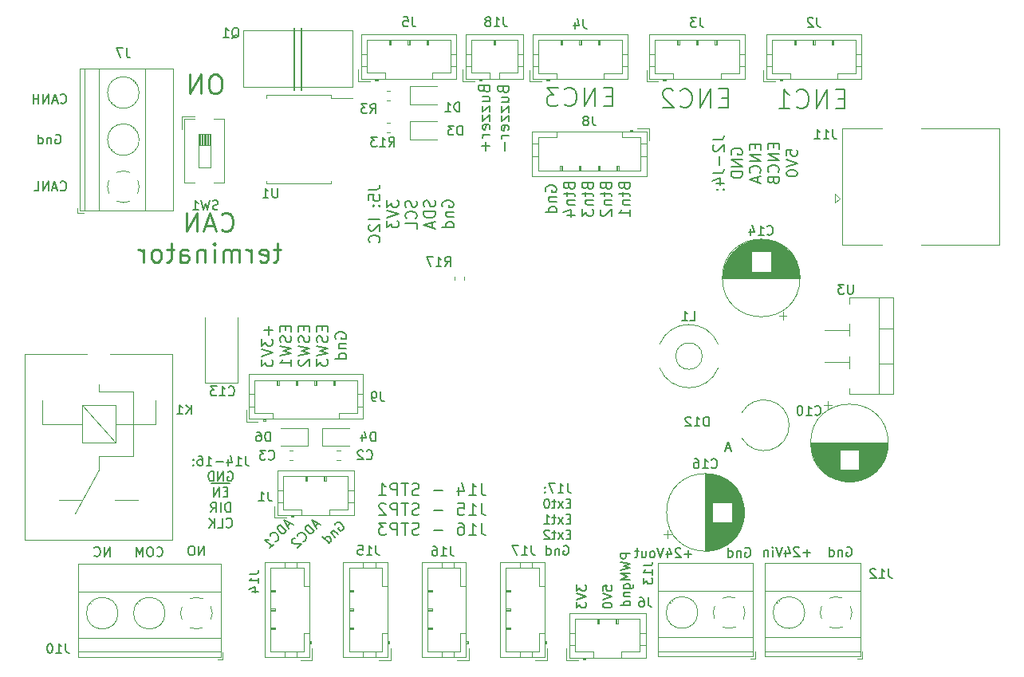
<source format=gbr>
%TF.GenerationSoftware,KiCad,Pcbnew,5.1.10*%
%TF.CreationDate,2021-10-03T17:58:42+03:00*%
%TF.ProjectId,stm32,73746d33-322e-46b6-9963-61645f706362,rev?*%
%TF.SameCoordinates,Original*%
%TF.FileFunction,Legend,Bot*%
%TF.FilePolarity,Positive*%
%FSLAX46Y46*%
G04 Gerber Fmt 4.6, Leading zero omitted, Abs format (unit mm)*
G04 Created by KiCad (PCBNEW 5.1.10) date 2021-10-03 17:58:42*
%MOMM*%
%LPD*%
G01*
G04 APERTURE LIST*
%ADD10C,0.250000*%
%ADD11C,0.150000*%
%ADD12C,0.120000*%
G04 APERTURE END LIST*
D10*
X83051495Y-75866761D02*
X82670542Y-75866761D01*
X82480066Y-75962000D01*
X82289590Y-76152476D01*
X82194352Y-76533428D01*
X82194352Y-77200095D01*
X82289590Y-77581047D01*
X82480066Y-77771523D01*
X82670542Y-77866761D01*
X83051495Y-77866761D01*
X83241971Y-77771523D01*
X83432447Y-77581047D01*
X83527685Y-77200095D01*
X83527685Y-76533428D01*
X83432447Y-76152476D01*
X83241971Y-75962000D01*
X83051495Y-75866761D01*
X81337209Y-77866761D02*
X81337209Y-75866761D01*
X80194352Y-77866761D01*
X80194352Y-75866761D01*
X83505514Y-92332685D02*
X83600752Y-92427923D01*
X83886466Y-92523161D01*
X84076942Y-92523161D01*
X84362657Y-92427923D01*
X84553133Y-92237447D01*
X84648371Y-92046971D01*
X84743609Y-91666019D01*
X84743609Y-91380304D01*
X84648371Y-90999352D01*
X84553133Y-90808876D01*
X84362657Y-90618400D01*
X84076942Y-90523161D01*
X83886466Y-90523161D01*
X83600752Y-90618400D01*
X83505514Y-90713638D01*
X82743609Y-91951733D02*
X81791228Y-91951733D01*
X82934085Y-92523161D02*
X82267419Y-90523161D01*
X81600752Y-92523161D01*
X80934085Y-92523161D02*
X80934085Y-90523161D01*
X79791228Y-92523161D01*
X79791228Y-90523161D01*
X89791228Y-94439828D02*
X89029323Y-94439828D01*
X89505514Y-93773161D02*
X89505514Y-95487447D01*
X89410276Y-95677923D01*
X89219800Y-95773161D01*
X89029323Y-95773161D01*
X87600752Y-95677923D02*
X87791228Y-95773161D01*
X88172180Y-95773161D01*
X88362657Y-95677923D01*
X88457895Y-95487447D01*
X88457895Y-94725542D01*
X88362657Y-94535066D01*
X88172180Y-94439828D01*
X87791228Y-94439828D01*
X87600752Y-94535066D01*
X87505514Y-94725542D01*
X87505514Y-94916019D01*
X88457895Y-95106495D01*
X86648371Y-95773161D02*
X86648371Y-94439828D01*
X86648371Y-94820780D02*
X86553133Y-94630304D01*
X86457895Y-94535066D01*
X86267419Y-94439828D01*
X86076942Y-94439828D01*
X85410276Y-95773161D02*
X85410276Y-94439828D01*
X85410276Y-94630304D02*
X85315038Y-94535066D01*
X85124561Y-94439828D01*
X84838847Y-94439828D01*
X84648371Y-94535066D01*
X84553133Y-94725542D01*
X84553133Y-95773161D01*
X84553133Y-94725542D02*
X84457895Y-94535066D01*
X84267419Y-94439828D01*
X83981704Y-94439828D01*
X83791228Y-94535066D01*
X83695990Y-94725542D01*
X83695990Y-95773161D01*
X82743609Y-95773161D02*
X82743609Y-94439828D01*
X82743609Y-93773161D02*
X82838847Y-93868400D01*
X82743609Y-93963638D01*
X82648371Y-93868400D01*
X82743609Y-93773161D01*
X82743609Y-93963638D01*
X81791228Y-94439828D02*
X81791228Y-95773161D01*
X81791228Y-94630304D02*
X81695990Y-94535066D01*
X81505514Y-94439828D01*
X81219800Y-94439828D01*
X81029323Y-94535066D01*
X80934085Y-94725542D01*
X80934085Y-95773161D01*
X79124561Y-95773161D02*
X79124561Y-94725542D01*
X79219800Y-94535066D01*
X79410276Y-94439828D01*
X79791228Y-94439828D01*
X79981704Y-94535066D01*
X79124561Y-95677923D02*
X79315038Y-95773161D01*
X79791228Y-95773161D01*
X79981704Y-95677923D01*
X80076942Y-95487447D01*
X80076942Y-95296971D01*
X79981704Y-95106495D01*
X79791228Y-95011257D01*
X79315038Y-95011257D01*
X79124561Y-94916019D01*
X78457895Y-94439828D02*
X77695990Y-94439828D01*
X78172180Y-93773161D02*
X78172180Y-95487447D01*
X78076942Y-95677923D01*
X77886466Y-95773161D01*
X77695990Y-95773161D01*
X76743609Y-95773161D02*
X76934085Y-95677923D01*
X77029323Y-95582685D01*
X77124561Y-95392209D01*
X77124561Y-94820780D01*
X77029323Y-94630304D01*
X76934085Y-94535066D01*
X76743609Y-94439828D01*
X76457895Y-94439828D01*
X76267419Y-94535066D01*
X76172180Y-94630304D01*
X76076942Y-94820780D01*
X76076942Y-95392209D01*
X76172180Y-95582685D01*
X76267419Y-95677923D01*
X76457895Y-95773161D01*
X76743609Y-95773161D01*
X75219800Y-95773161D02*
X75219800Y-94439828D01*
X75219800Y-94820780D02*
X75124561Y-94630304D01*
X75029323Y-94535066D01*
X74838847Y-94439828D01*
X74648371Y-94439828D01*
D11*
X81683123Y-126918980D02*
X81683123Y-125918980D01*
X81111695Y-126918980D01*
X81111695Y-125918980D01*
X80445028Y-125918980D02*
X80254552Y-125918980D01*
X80159314Y-125966600D01*
X80064076Y-126061838D01*
X80016457Y-126252314D01*
X80016457Y-126585647D01*
X80064076Y-126776123D01*
X80159314Y-126871361D01*
X80254552Y-126918980D01*
X80445028Y-126918980D01*
X80540266Y-126871361D01*
X80635504Y-126776123D01*
X80683123Y-126585647D01*
X80683123Y-126252314D01*
X80635504Y-126061838D01*
X80540266Y-125966600D01*
X80445028Y-125918980D01*
X76655514Y-126950742D02*
X76703133Y-126998361D01*
X76845990Y-127045980D01*
X76941228Y-127045980D01*
X77084085Y-126998361D01*
X77179323Y-126903123D01*
X77226942Y-126807885D01*
X77274561Y-126617409D01*
X77274561Y-126474552D01*
X77226942Y-126284076D01*
X77179323Y-126188838D01*
X77084085Y-126093600D01*
X76941228Y-126045980D01*
X76845990Y-126045980D01*
X76703133Y-126093600D01*
X76655514Y-126141219D01*
X76036466Y-126045980D02*
X75845990Y-126045980D01*
X75750752Y-126093600D01*
X75655514Y-126188838D01*
X75607895Y-126379314D01*
X75607895Y-126712647D01*
X75655514Y-126903123D01*
X75750752Y-126998361D01*
X75845990Y-127045980D01*
X76036466Y-127045980D01*
X76131704Y-126998361D01*
X76226942Y-126903123D01*
X76274561Y-126712647D01*
X76274561Y-126379314D01*
X76226942Y-126188838D01*
X76131704Y-126093600D01*
X76036466Y-126045980D01*
X75179323Y-127045980D02*
X75179323Y-126045980D01*
X74845990Y-126760266D01*
X74512657Y-126045980D01*
X74512657Y-127045980D01*
X71651714Y-127020580D02*
X71651714Y-126020580D01*
X71080285Y-127020580D01*
X71080285Y-126020580D01*
X70032666Y-126925342D02*
X70080285Y-126972961D01*
X70223142Y-127020580D01*
X70318380Y-127020580D01*
X70461238Y-126972961D01*
X70556476Y-126877723D01*
X70604095Y-126782485D01*
X70651714Y-126592009D01*
X70651714Y-126449152D01*
X70604095Y-126258676D01*
X70556476Y-126163438D01*
X70461238Y-126068200D01*
X70318380Y-126020580D01*
X70223142Y-126020580D01*
X70080285Y-126068200D01*
X70032666Y-126115819D01*
X66427219Y-88114142D02*
X66474838Y-88161761D01*
X66617695Y-88209380D01*
X66712933Y-88209380D01*
X66855790Y-88161761D01*
X66951028Y-88066523D01*
X66998647Y-87971285D01*
X67046266Y-87780809D01*
X67046266Y-87637952D01*
X66998647Y-87447476D01*
X66951028Y-87352238D01*
X66855790Y-87257000D01*
X66712933Y-87209380D01*
X66617695Y-87209380D01*
X66474838Y-87257000D01*
X66427219Y-87304619D01*
X66046266Y-87923666D02*
X65570076Y-87923666D01*
X66141504Y-88209380D02*
X65808171Y-87209380D01*
X65474838Y-88209380D01*
X65141504Y-88209380D02*
X65141504Y-87209380D01*
X64570076Y-88209380D01*
X64570076Y-87209380D01*
X63617695Y-88209380D02*
X64093885Y-88209380D01*
X64093885Y-87209380D01*
X65895457Y-82278600D02*
X65990695Y-82230980D01*
X66133552Y-82230980D01*
X66276409Y-82278600D01*
X66371647Y-82373838D01*
X66419266Y-82469076D01*
X66466885Y-82659552D01*
X66466885Y-82802409D01*
X66419266Y-82992885D01*
X66371647Y-83088123D01*
X66276409Y-83183361D01*
X66133552Y-83230980D01*
X66038314Y-83230980D01*
X65895457Y-83183361D01*
X65847838Y-83135742D01*
X65847838Y-82802409D01*
X66038314Y-82802409D01*
X65419266Y-82564314D02*
X65419266Y-83230980D01*
X65419266Y-82659552D02*
X65371647Y-82611933D01*
X65276409Y-82564314D01*
X65133552Y-82564314D01*
X65038314Y-82611933D01*
X64990695Y-82707171D01*
X64990695Y-83230980D01*
X64085933Y-83230980D02*
X64085933Y-82230980D01*
X64085933Y-83183361D02*
X64181171Y-83230980D01*
X64371647Y-83230980D01*
X64466885Y-83183361D01*
X64514504Y-83135742D01*
X64562123Y-83040504D01*
X64562123Y-82754790D01*
X64514504Y-82659552D01*
X64466885Y-82611933D01*
X64371647Y-82564314D01*
X64181171Y-82564314D01*
X64085933Y-82611933D01*
X66444666Y-78843142D02*
X66492285Y-78890761D01*
X66635142Y-78938380D01*
X66730380Y-78938380D01*
X66873238Y-78890761D01*
X66968476Y-78795523D01*
X67016095Y-78700285D01*
X67063714Y-78509809D01*
X67063714Y-78366952D01*
X67016095Y-78176476D01*
X66968476Y-78081238D01*
X66873238Y-77986000D01*
X66730380Y-77938380D01*
X66635142Y-77938380D01*
X66492285Y-77986000D01*
X66444666Y-78033619D01*
X66063714Y-78652666D02*
X65587523Y-78652666D01*
X66158952Y-78938380D02*
X65825619Y-77938380D01*
X65492285Y-78938380D01*
X65158952Y-78938380D02*
X65158952Y-77938380D01*
X64587523Y-78938380D01*
X64587523Y-77938380D01*
X64111333Y-78938380D02*
X64111333Y-77938380D01*
X64111333Y-78414571D02*
X63539904Y-78414571D01*
X63539904Y-78938380D02*
X63539904Y-77938380D01*
X99151057Y-88078000D02*
X100008200Y-88078000D01*
X100179628Y-88020857D01*
X100293914Y-87906571D01*
X100351057Y-87735142D01*
X100351057Y-87620857D01*
X99151057Y-89220857D02*
X99151057Y-88649428D01*
X99722485Y-88592285D01*
X99665342Y-88649428D01*
X99608200Y-88763714D01*
X99608200Y-89049428D01*
X99665342Y-89163714D01*
X99722485Y-89220857D01*
X99836771Y-89278000D01*
X100122485Y-89278000D01*
X100236771Y-89220857D01*
X100293914Y-89163714D01*
X100351057Y-89049428D01*
X100351057Y-88763714D01*
X100293914Y-88649428D01*
X100236771Y-88592285D01*
X100236771Y-89792285D02*
X100293914Y-89849428D01*
X100351057Y-89792285D01*
X100293914Y-89735142D01*
X100236771Y-89792285D01*
X100351057Y-89792285D01*
X99608200Y-89792285D02*
X99665342Y-89849428D01*
X99722485Y-89792285D01*
X99665342Y-89735142D01*
X99608200Y-89792285D01*
X99722485Y-89792285D01*
X100351057Y-91278000D02*
X99151057Y-91278000D01*
X99265342Y-91792285D02*
X99208200Y-91849428D01*
X99151057Y-91963714D01*
X99151057Y-92249428D01*
X99208200Y-92363714D01*
X99265342Y-92420857D01*
X99379628Y-92478000D01*
X99493914Y-92478000D01*
X99665342Y-92420857D01*
X100351057Y-91735142D01*
X100351057Y-92478000D01*
X100236771Y-93678000D02*
X100293914Y-93620857D01*
X100351057Y-93449428D01*
X100351057Y-93335142D01*
X100293914Y-93163714D01*
X100179628Y-93049428D01*
X100065342Y-92992285D01*
X99836771Y-92935142D01*
X99665342Y-92935142D01*
X99436771Y-92992285D01*
X99322485Y-93049428D01*
X99208200Y-93163714D01*
X99151057Y-93335142D01*
X99151057Y-93449428D01*
X99208200Y-93620857D01*
X99265342Y-93678000D01*
X101101057Y-89192285D02*
X101101057Y-89935142D01*
X101558200Y-89535142D01*
X101558200Y-89706571D01*
X101615342Y-89820857D01*
X101672485Y-89878000D01*
X101786771Y-89935142D01*
X102072485Y-89935142D01*
X102186771Y-89878000D01*
X102243914Y-89820857D01*
X102301057Y-89706571D01*
X102301057Y-89363714D01*
X102243914Y-89249428D01*
X102186771Y-89192285D01*
X101101057Y-90278000D02*
X102301057Y-90678000D01*
X101101057Y-91078000D01*
X101101057Y-91363714D02*
X101101057Y-92106571D01*
X101558200Y-91706571D01*
X101558200Y-91878000D01*
X101615342Y-91992285D01*
X101672485Y-92049428D01*
X101786771Y-92106571D01*
X102072485Y-92106571D01*
X102186771Y-92049428D01*
X102243914Y-91992285D01*
X102301057Y-91878000D01*
X102301057Y-91535142D01*
X102243914Y-91420857D01*
X102186771Y-91363714D01*
X104193914Y-89249428D02*
X104251057Y-89420857D01*
X104251057Y-89706571D01*
X104193914Y-89820857D01*
X104136771Y-89878000D01*
X104022485Y-89935142D01*
X103908200Y-89935142D01*
X103793914Y-89878000D01*
X103736771Y-89820857D01*
X103679628Y-89706571D01*
X103622485Y-89478000D01*
X103565342Y-89363714D01*
X103508200Y-89306571D01*
X103393914Y-89249428D01*
X103279628Y-89249428D01*
X103165342Y-89306571D01*
X103108200Y-89363714D01*
X103051057Y-89478000D01*
X103051057Y-89763714D01*
X103108200Y-89935142D01*
X104136771Y-91135142D02*
X104193914Y-91078000D01*
X104251057Y-90906571D01*
X104251057Y-90792285D01*
X104193914Y-90620857D01*
X104079628Y-90506571D01*
X103965342Y-90449428D01*
X103736771Y-90392285D01*
X103565342Y-90392285D01*
X103336771Y-90449428D01*
X103222485Y-90506571D01*
X103108200Y-90620857D01*
X103051057Y-90792285D01*
X103051057Y-90906571D01*
X103108200Y-91078000D01*
X103165342Y-91135142D01*
X104251057Y-92220857D02*
X104251057Y-91649428D01*
X103051057Y-91649428D01*
X106143914Y-89220857D02*
X106201057Y-89392285D01*
X106201057Y-89678000D01*
X106143914Y-89792285D01*
X106086771Y-89849428D01*
X105972485Y-89906571D01*
X105858200Y-89906571D01*
X105743914Y-89849428D01*
X105686771Y-89792285D01*
X105629628Y-89678000D01*
X105572485Y-89449428D01*
X105515342Y-89335142D01*
X105458200Y-89278000D01*
X105343914Y-89220857D01*
X105229628Y-89220857D01*
X105115342Y-89278000D01*
X105058200Y-89335142D01*
X105001057Y-89449428D01*
X105001057Y-89735142D01*
X105058200Y-89906571D01*
X106201057Y-90420857D02*
X105001057Y-90420857D01*
X105001057Y-90706571D01*
X105058200Y-90878000D01*
X105172485Y-90992285D01*
X105286771Y-91049428D01*
X105515342Y-91106571D01*
X105686771Y-91106571D01*
X105915342Y-91049428D01*
X106029628Y-90992285D01*
X106143914Y-90878000D01*
X106201057Y-90706571D01*
X106201057Y-90420857D01*
X105858200Y-91563714D02*
X105858200Y-92135142D01*
X106201057Y-91449428D02*
X105001057Y-91849428D01*
X106201057Y-92249428D01*
X107008200Y-89906571D02*
X106951057Y-89792285D01*
X106951057Y-89620857D01*
X107008200Y-89449428D01*
X107122485Y-89335142D01*
X107236771Y-89278000D01*
X107465342Y-89220857D01*
X107636771Y-89220857D01*
X107865342Y-89278000D01*
X107979628Y-89335142D01*
X108093914Y-89449428D01*
X108151057Y-89620857D01*
X108151057Y-89735142D01*
X108093914Y-89906571D01*
X108036771Y-89963714D01*
X107636771Y-89963714D01*
X107636771Y-89735142D01*
X107351057Y-90478000D02*
X108151057Y-90478000D01*
X107465342Y-90478000D02*
X107408200Y-90535142D01*
X107351057Y-90649428D01*
X107351057Y-90820857D01*
X107408200Y-90935142D01*
X107522485Y-90992285D01*
X108151057Y-90992285D01*
X108151057Y-92078000D02*
X106951057Y-92078000D01*
X108093914Y-92078000D02*
X108151057Y-91963714D01*
X108151057Y-91735142D01*
X108093914Y-91620857D01*
X108036771Y-91563714D01*
X107922485Y-91506571D01*
X107579628Y-91506571D01*
X107465342Y-91563714D01*
X107408200Y-91620857D01*
X107351057Y-91735142D01*
X107351057Y-91963714D01*
X107408200Y-92078000D01*
X113401485Y-77460857D02*
X113458628Y-77632285D01*
X113515771Y-77689428D01*
X113630057Y-77746571D01*
X113801485Y-77746571D01*
X113915771Y-77689428D01*
X113972914Y-77632285D01*
X114030057Y-77518000D01*
X114030057Y-77060857D01*
X112830057Y-77060857D01*
X112830057Y-77460857D01*
X112887200Y-77575142D01*
X112944342Y-77632285D01*
X113058628Y-77689428D01*
X113172914Y-77689428D01*
X113287200Y-77632285D01*
X113344342Y-77575142D01*
X113401485Y-77460857D01*
X113401485Y-77060857D01*
X113230057Y-78775142D02*
X114030057Y-78775142D01*
X113230057Y-78260857D02*
X113858628Y-78260857D01*
X113972914Y-78318000D01*
X114030057Y-78432285D01*
X114030057Y-78603714D01*
X113972914Y-78718000D01*
X113915771Y-78775142D01*
X113230057Y-79232285D02*
X113230057Y-79860857D01*
X114030057Y-79232285D01*
X114030057Y-79860857D01*
X113230057Y-80203714D02*
X113230057Y-80832285D01*
X114030057Y-80203714D01*
X114030057Y-80832285D01*
X113972914Y-81746571D02*
X114030057Y-81632285D01*
X114030057Y-81403714D01*
X113972914Y-81289428D01*
X113858628Y-81232285D01*
X113401485Y-81232285D01*
X113287200Y-81289428D01*
X113230057Y-81403714D01*
X113230057Y-81632285D01*
X113287200Y-81746571D01*
X113401485Y-81803714D01*
X113515771Y-81803714D01*
X113630057Y-81232285D01*
X114030057Y-82318000D02*
X113230057Y-82318000D01*
X113458628Y-82318000D02*
X113344342Y-82375142D01*
X113287200Y-82432285D01*
X113230057Y-82546571D01*
X113230057Y-82660857D01*
X113572914Y-83060857D02*
X113572914Y-83975142D01*
X111394885Y-77410057D02*
X111452028Y-77581485D01*
X111509171Y-77638628D01*
X111623457Y-77695771D01*
X111794885Y-77695771D01*
X111909171Y-77638628D01*
X111966314Y-77581485D01*
X112023457Y-77467200D01*
X112023457Y-77010057D01*
X110823457Y-77010057D01*
X110823457Y-77410057D01*
X110880600Y-77524342D01*
X110937742Y-77581485D01*
X111052028Y-77638628D01*
X111166314Y-77638628D01*
X111280600Y-77581485D01*
X111337742Y-77524342D01*
X111394885Y-77410057D01*
X111394885Y-77010057D01*
X111223457Y-78724342D02*
X112023457Y-78724342D01*
X111223457Y-78210057D02*
X111852028Y-78210057D01*
X111966314Y-78267200D01*
X112023457Y-78381485D01*
X112023457Y-78552914D01*
X111966314Y-78667200D01*
X111909171Y-78724342D01*
X111223457Y-79181485D02*
X111223457Y-79810057D01*
X112023457Y-79181485D01*
X112023457Y-79810057D01*
X111223457Y-80152914D02*
X111223457Y-80781485D01*
X112023457Y-80152914D01*
X112023457Y-80781485D01*
X111966314Y-81695771D02*
X112023457Y-81581485D01*
X112023457Y-81352914D01*
X111966314Y-81238628D01*
X111852028Y-81181485D01*
X111394885Y-81181485D01*
X111280600Y-81238628D01*
X111223457Y-81352914D01*
X111223457Y-81581485D01*
X111280600Y-81695771D01*
X111394885Y-81752914D01*
X111509171Y-81752914D01*
X111623457Y-81181485D01*
X112023457Y-82267200D02*
X111223457Y-82267200D01*
X111452028Y-82267200D02*
X111337742Y-82324342D01*
X111280600Y-82381485D01*
X111223457Y-82495771D01*
X111223457Y-82610057D01*
X111566314Y-83010057D02*
X111566314Y-83924342D01*
X112023457Y-83467200D02*
X111109171Y-83467200D01*
X111108547Y-119260495D02*
X111108547Y-120189066D01*
X111170452Y-120374780D01*
X111294261Y-120498590D01*
X111479976Y-120560495D01*
X111603785Y-120560495D01*
X109808547Y-120560495D02*
X110551404Y-120560495D01*
X110179976Y-120560495D02*
X110179976Y-119260495D01*
X110303785Y-119446209D01*
X110427595Y-119570019D01*
X110551404Y-119631923D01*
X108694261Y-119693828D02*
X108694261Y-120560495D01*
X109003785Y-119198590D02*
X109313309Y-120127161D01*
X108508547Y-120127161D01*
X107022833Y-120065257D02*
X106032357Y-120065257D01*
X104484738Y-120498590D02*
X104299023Y-120560495D01*
X103989500Y-120560495D01*
X103865690Y-120498590D01*
X103803785Y-120436685D01*
X103741880Y-120312876D01*
X103741880Y-120189066D01*
X103803785Y-120065257D01*
X103865690Y-120003352D01*
X103989500Y-119941447D01*
X104237119Y-119879542D01*
X104360928Y-119817638D01*
X104422833Y-119755733D01*
X104484738Y-119631923D01*
X104484738Y-119508114D01*
X104422833Y-119384304D01*
X104360928Y-119322400D01*
X104237119Y-119260495D01*
X103927595Y-119260495D01*
X103741880Y-119322400D01*
X103370452Y-119260495D02*
X102627595Y-119260495D01*
X102999023Y-120560495D02*
X102999023Y-119260495D01*
X102194261Y-120560495D02*
X102194261Y-119260495D01*
X101699023Y-119260495D01*
X101575214Y-119322400D01*
X101513309Y-119384304D01*
X101451404Y-119508114D01*
X101451404Y-119693828D01*
X101513309Y-119817638D01*
X101575214Y-119879542D01*
X101699023Y-119941447D01*
X102194261Y-119941447D01*
X100213309Y-120560495D02*
X100956166Y-120560495D01*
X100584738Y-120560495D02*
X100584738Y-119260495D01*
X100708547Y-119446209D01*
X100832357Y-119570019D01*
X100956166Y-119631923D01*
X111108547Y-121360495D02*
X111108547Y-122289066D01*
X111170452Y-122474780D01*
X111294261Y-122598590D01*
X111479976Y-122660495D01*
X111603785Y-122660495D01*
X109808547Y-122660495D02*
X110551404Y-122660495D01*
X110179976Y-122660495D02*
X110179976Y-121360495D01*
X110303785Y-121546209D01*
X110427595Y-121670019D01*
X110551404Y-121731923D01*
X108632357Y-121360495D02*
X109251404Y-121360495D01*
X109313309Y-121979542D01*
X109251404Y-121917638D01*
X109127595Y-121855733D01*
X108818071Y-121855733D01*
X108694261Y-121917638D01*
X108632357Y-121979542D01*
X108570452Y-122103352D01*
X108570452Y-122412876D01*
X108632357Y-122536685D01*
X108694261Y-122598590D01*
X108818071Y-122660495D01*
X109127595Y-122660495D01*
X109251404Y-122598590D01*
X109313309Y-122536685D01*
X107022833Y-122165257D02*
X106032357Y-122165257D01*
X104484738Y-122598590D02*
X104299023Y-122660495D01*
X103989500Y-122660495D01*
X103865690Y-122598590D01*
X103803785Y-122536685D01*
X103741880Y-122412876D01*
X103741880Y-122289066D01*
X103803785Y-122165257D01*
X103865690Y-122103352D01*
X103989500Y-122041447D01*
X104237119Y-121979542D01*
X104360928Y-121917638D01*
X104422833Y-121855733D01*
X104484738Y-121731923D01*
X104484738Y-121608114D01*
X104422833Y-121484304D01*
X104360928Y-121422400D01*
X104237119Y-121360495D01*
X103927595Y-121360495D01*
X103741880Y-121422400D01*
X103370452Y-121360495D02*
X102627595Y-121360495D01*
X102999023Y-122660495D02*
X102999023Y-121360495D01*
X102194261Y-122660495D02*
X102194261Y-121360495D01*
X101699023Y-121360495D01*
X101575214Y-121422400D01*
X101513309Y-121484304D01*
X101451404Y-121608114D01*
X101451404Y-121793828D01*
X101513309Y-121917638D01*
X101575214Y-121979542D01*
X101699023Y-122041447D01*
X102194261Y-122041447D01*
X100956166Y-121484304D02*
X100894261Y-121422400D01*
X100770452Y-121360495D01*
X100460928Y-121360495D01*
X100337119Y-121422400D01*
X100275214Y-121484304D01*
X100213309Y-121608114D01*
X100213309Y-121731923D01*
X100275214Y-121917638D01*
X101018071Y-122660495D01*
X100213309Y-122660495D01*
X111108547Y-123460495D02*
X111108547Y-124389066D01*
X111170452Y-124574780D01*
X111294261Y-124698590D01*
X111479976Y-124760495D01*
X111603785Y-124760495D01*
X109808547Y-124760495D02*
X110551404Y-124760495D01*
X110179976Y-124760495D02*
X110179976Y-123460495D01*
X110303785Y-123646209D01*
X110427595Y-123770019D01*
X110551404Y-123831923D01*
X108694261Y-123460495D02*
X108941880Y-123460495D01*
X109065690Y-123522400D01*
X109127595Y-123584304D01*
X109251404Y-123770019D01*
X109313309Y-124017638D01*
X109313309Y-124512876D01*
X109251404Y-124636685D01*
X109189500Y-124698590D01*
X109065690Y-124760495D01*
X108818071Y-124760495D01*
X108694261Y-124698590D01*
X108632357Y-124636685D01*
X108570452Y-124512876D01*
X108570452Y-124203352D01*
X108632357Y-124079542D01*
X108694261Y-124017638D01*
X108818071Y-123955733D01*
X109065690Y-123955733D01*
X109189500Y-124017638D01*
X109251404Y-124079542D01*
X109313309Y-124203352D01*
X107022833Y-124265257D02*
X106032357Y-124265257D01*
X104484738Y-124698590D02*
X104299023Y-124760495D01*
X103989500Y-124760495D01*
X103865690Y-124698590D01*
X103803785Y-124636685D01*
X103741880Y-124512876D01*
X103741880Y-124389066D01*
X103803785Y-124265257D01*
X103865690Y-124203352D01*
X103989500Y-124141447D01*
X104237119Y-124079542D01*
X104360928Y-124017638D01*
X104422833Y-123955733D01*
X104484738Y-123831923D01*
X104484738Y-123708114D01*
X104422833Y-123584304D01*
X104360928Y-123522400D01*
X104237119Y-123460495D01*
X103927595Y-123460495D01*
X103741880Y-123522400D01*
X103370452Y-123460495D02*
X102627595Y-123460495D01*
X102999023Y-124760495D02*
X102999023Y-123460495D01*
X102194261Y-124760495D02*
X102194261Y-123460495D01*
X101699023Y-123460495D01*
X101575214Y-123522400D01*
X101513309Y-123584304D01*
X101451404Y-123708114D01*
X101451404Y-123893828D01*
X101513309Y-124017638D01*
X101575214Y-124079542D01*
X101699023Y-124141447D01*
X102194261Y-124141447D01*
X101018071Y-123460495D02*
X100213309Y-123460495D01*
X100646642Y-123955733D01*
X100460928Y-123955733D01*
X100337119Y-124017638D01*
X100275214Y-124079542D01*
X100213309Y-124203352D01*
X100213309Y-124512876D01*
X100275214Y-124636685D01*
X100337119Y-124698590D01*
X100460928Y-124760495D01*
X100832357Y-124760495D01*
X100956166Y-124698590D01*
X101018071Y-124636685D01*
X125018371Y-78190742D02*
X124351704Y-78190742D01*
X124065990Y-79238361D02*
X125018371Y-79238361D01*
X125018371Y-77238361D01*
X124065990Y-77238361D01*
X123208847Y-79238361D02*
X123208847Y-77238361D01*
X122065990Y-79238361D01*
X122065990Y-77238361D01*
X119970752Y-79047885D02*
X120065990Y-79143123D01*
X120351704Y-79238361D01*
X120542180Y-79238361D01*
X120827895Y-79143123D01*
X121018371Y-78952647D01*
X121113609Y-78762171D01*
X121208847Y-78381219D01*
X121208847Y-78095504D01*
X121113609Y-77714552D01*
X121018371Y-77524076D01*
X120827895Y-77333600D01*
X120542180Y-77238361D01*
X120351704Y-77238361D01*
X120065990Y-77333600D01*
X119970752Y-77428838D01*
X119304085Y-77238361D02*
X118065990Y-77238361D01*
X118732657Y-78000266D01*
X118446942Y-78000266D01*
X118256466Y-78095504D01*
X118161228Y-78190742D01*
X118065990Y-78381219D01*
X118065990Y-78857409D01*
X118161228Y-79047885D01*
X118256466Y-79143123D01*
X118446942Y-79238361D01*
X119018371Y-79238361D01*
X119208847Y-79143123D01*
X119304085Y-79047885D01*
X137286571Y-78343142D02*
X136619904Y-78343142D01*
X136334190Y-79390761D02*
X137286571Y-79390761D01*
X137286571Y-77390761D01*
X136334190Y-77390761D01*
X135477047Y-79390761D02*
X135477047Y-77390761D01*
X134334190Y-79390761D01*
X134334190Y-77390761D01*
X132238952Y-79200285D02*
X132334190Y-79295523D01*
X132619904Y-79390761D01*
X132810380Y-79390761D01*
X133096095Y-79295523D01*
X133286571Y-79105047D01*
X133381809Y-78914571D01*
X133477047Y-78533619D01*
X133477047Y-78247904D01*
X133381809Y-77866952D01*
X133286571Y-77676476D01*
X133096095Y-77486000D01*
X132810380Y-77390761D01*
X132619904Y-77390761D01*
X132334190Y-77486000D01*
X132238952Y-77581238D01*
X131477047Y-77581238D02*
X131381809Y-77486000D01*
X131191333Y-77390761D01*
X130715142Y-77390761D01*
X130524666Y-77486000D01*
X130429428Y-77581238D01*
X130334190Y-77771714D01*
X130334190Y-77962190D01*
X130429428Y-78247904D01*
X131572285Y-79390761D01*
X130334190Y-79390761D01*
X149656371Y-78419342D02*
X148989704Y-78419342D01*
X148703990Y-79466961D02*
X149656371Y-79466961D01*
X149656371Y-77466961D01*
X148703990Y-77466961D01*
X147846847Y-79466961D02*
X147846847Y-77466961D01*
X146703990Y-79466961D01*
X146703990Y-77466961D01*
X144608752Y-79276485D02*
X144703990Y-79371723D01*
X144989704Y-79466961D01*
X145180180Y-79466961D01*
X145465895Y-79371723D01*
X145656371Y-79181247D01*
X145751609Y-78990771D01*
X145846847Y-78609819D01*
X145846847Y-78324104D01*
X145751609Y-77943152D01*
X145656371Y-77752676D01*
X145465895Y-77562200D01*
X145180180Y-77466961D01*
X144989704Y-77466961D01*
X144703990Y-77562200D01*
X144608752Y-77657438D01*
X142703990Y-79466961D02*
X143846847Y-79466961D01*
X143275419Y-79466961D02*
X143275419Y-77466961D01*
X143465895Y-77752676D01*
X143656371Y-77943152D01*
X143846847Y-78038390D01*
X135676257Y-82810657D02*
X136533400Y-82810657D01*
X136704828Y-82753514D01*
X136819114Y-82639228D01*
X136876257Y-82467800D01*
X136876257Y-82353514D01*
X135790542Y-83324942D02*
X135733400Y-83382085D01*
X135676257Y-83496371D01*
X135676257Y-83782085D01*
X135733400Y-83896371D01*
X135790542Y-83953514D01*
X135904828Y-84010657D01*
X136019114Y-84010657D01*
X136190542Y-83953514D01*
X136876257Y-83267800D01*
X136876257Y-84010657D01*
X136419114Y-84524942D02*
X136419114Y-85439228D01*
X135676257Y-86353514D02*
X136533400Y-86353514D01*
X136704828Y-86296371D01*
X136819114Y-86182085D01*
X136876257Y-86010657D01*
X136876257Y-85896371D01*
X136076257Y-87439228D02*
X136876257Y-87439228D01*
X135619114Y-87153514D02*
X136476257Y-86867800D01*
X136476257Y-87610657D01*
X136761971Y-88067800D02*
X136819114Y-88124942D01*
X136876257Y-88067800D01*
X136819114Y-88010657D01*
X136761971Y-88067800D01*
X136876257Y-88067800D01*
X136133400Y-88067800D02*
X136190542Y-88124942D01*
X136247685Y-88067800D01*
X136190542Y-88010657D01*
X136133400Y-88067800D01*
X136247685Y-88067800D01*
X137683400Y-84353514D02*
X137626257Y-84239228D01*
X137626257Y-84067800D01*
X137683400Y-83896371D01*
X137797685Y-83782085D01*
X137911971Y-83724942D01*
X138140542Y-83667800D01*
X138311971Y-83667800D01*
X138540542Y-83724942D01*
X138654828Y-83782085D01*
X138769114Y-83896371D01*
X138826257Y-84067800D01*
X138826257Y-84182085D01*
X138769114Y-84353514D01*
X138711971Y-84410657D01*
X138311971Y-84410657D01*
X138311971Y-84182085D01*
X138826257Y-84924942D02*
X137626257Y-84924942D01*
X138826257Y-85610657D01*
X137626257Y-85610657D01*
X138826257Y-86182085D02*
X137626257Y-86182085D01*
X137626257Y-86467800D01*
X137683400Y-86639228D01*
X137797685Y-86753514D01*
X137911971Y-86810657D01*
X138140542Y-86867800D01*
X138311971Y-86867800D01*
X138540542Y-86810657D01*
X138654828Y-86753514D01*
X138769114Y-86639228D01*
X138826257Y-86467800D01*
X138826257Y-86182085D01*
X140147685Y-83267800D02*
X140147685Y-83667800D01*
X140776257Y-83839228D02*
X140776257Y-83267800D01*
X139576257Y-83267800D01*
X139576257Y-83839228D01*
X140776257Y-84353514D02*
X139576257Y-84353514D01*
X140776257Y-85039228D01*
X139576257Y-85039228D01*
X140661971Y-86296371D02*
X140719114Y-86239228D01*
X140776257Y-86067800D01*
X140776257Y-85953514D01*
X140719114Y-85782085D01*
X140604828Y-85667800D01*
X140490542Y-85610657D01*
X140261971Y-85553514D01*
X140090542Y-85553514D01*
X139861971Y-85610657D01*
X139747685Y-85667800D01*
X139633400Y-85782085D01*
X139576257Y-85953514D01*
X139576257Y-86067800D01*
X139633400Y-86239228D01*
X139690542Y-86296371D01*
X140433400Y-86753514D02*
X140433400Y-87324942D01*
X140776257Y-86639228D02*
X139576257Y-87039228D01*
X140776257Y-87439228D01*
X142097685Y-83182085D02*
X142097685Y-83582085D01*
X142726257Y-83753514D02*
X142726257Y-83182085D01*
X141526257Y-83182085D01*
X141526257Y-83753514D01*
X142726257Y-84267800D02*
X141526257Y-84267800D01*
X142726257Y-84953514D01*
X141526257Y-84953514D01*
X142611971Y-86210657D02*
X142669114Y-86153514D01*
X142726257Y-85982085D01*
X142726257Y-85867800D01*
X142669114Y-85696371D01*
X142554828Y-85582085D01*
X142440542Y-85524942D01*
X142211971Y-85467800D01*
X142040542Y-85467800D01*
X141811971Y-85524942D01*
X141697685Y-85582085D01*
X141583400Y-85696371D01*
X141526257Y-85867800D01*
X141526257Y-85982085D01*
X141583400Y-86153514D01*
X141640542Y-86210657D01*
X142097685Y-87124942D02*
X142154828Y-87296371D01*
X142211971Y-87353514D01*
X142326257Y-87410657D01*
X142497685Y-87410657D01*
X142611971Y-87353514D01*
X142669114Y-87296371D01*
X142726257Y-87182085D01*
X142726257Y-86724942D01*
X141526257Y-86724942D01*
X141526257Y-87124942D01*
X141583400Y-87239228D01*
X141640542Y-87296371D01*
X141754828Y-87353514D01*
X141869114Y-87353514D01*
X141983400Y-87296371D01*
X142040542Y-87239228D01*
X142097685Y-87124942D01*
X142097685Y-86724942D01*
X143476257Y-84467800D02*
X143476257Y-83896371D01*
X144047685Y-83839228D01*
X143990542Y-83896371D01*
X143933400Y-84010657D01*
X143933400Y-84296371D01*
X143990542Y-84410657D01*
X144047685Y-84467800D01*
X144161971Y-84524942D01*
X144447685Y-84524942D01*
X144561971Y-84467800D01*
X144619114Y-84410657D01*
X144676257Y-84296371D01*
X144676257Y-84010657D01*
X144619114Y-83896371D01*
X144561971Y-83839228D01*
X143476257Y-84867800D02*
X144676257Y-85267800D01*
X143476257Y-85667800D01*
X143476257Y-86296371D02*
X143476257Y-86410657D01*
X143533400Y-86524942D01*
X143590542Y-86582085D01*
X143704828Y-86639228D01*
X143933400Y-86696371D01*
X144219114Y-86696371D01*
X144447685Y-86639228D01*
X144561971Y-86582085D01*
X144619114Y-86524942D01*
X144676257Y-86410657D01*
X144676257Y-86296371D01*
X144619114Y-86182085D01*
X144561971Y-86124942D01*
X144447685Y-86067800D01*
X144219114Y-86010657D01*
X143933400Y-86010657D01*
X143704828Y-86067800D01*
X143590542Y-86124942D01*
X143533400Y-86182085D01*
X143476257Y-86296371D01*
X117953400Y-88306371D02*
X117896257Y-88192085D01*
X117896257Y-88020657D01*
X117953400Y-87849228D01*
X118067685Y-87734942D01*
X118181971Y-87677800D01*
X118410542Y-87620657D01*
X118581971Y-87620657D01*
X118810542Y-87677800D01*
X118924828Y-87734942D01*
X119039114Y-87849228D01*
X119096257Y-88020657D01*
X119096257Y-88134942D01*
X119039114Y-88306371D01*
X118981971Y-88363514D01*
X118581971Y-88363514D01*
X118581971Y-88134942D01*
X118296257Y-88877800D02*
X119096257Y-88877800D01*
X118410542Y-88877800D02*
X118353400Y-88934942D01*
X118296257Y-89049228D01*
X118296257Y-89220657D01*
X118353400Y-89334942D01*
X118467685Y-89392085D01*
X119096257Y-89392085D01*
X119096257Y-90477800D02*
X117896257Y-90477800D01*
X119039114Y-90477800D02*
X119096257Y-90363514D01*
X119096257Y-90134942D01*
X119039114Y-90020657D01*
X118981971Y-89963514D01*
X118867685Y-89906371D01*
X118524828Y-89906371D01*
X118410542Y-89963514D01*
X118353400Y-90020657D01*
X118296257Y-90134942D01*
X118296257Y-90363514D01*
X118353400Y-90477800D01*
X120417685Y-87706371D02*
X120474828Y-87877800D01*
X120531971Y-87934942D01*
X120646257Y-87992085D01*
X120817685Y-87992085D01*
X120931971Y-87934942D01*
X120989114Y-87877800D01*
X121046257Y-87763514D01*
X121046257Y-87306371D01*
X119846257Y-87306371D01*
X119846257Y-87706371D01*
X119903400Y-87820657D01*
X119960542Y-87877800D01*
X120074828Y-87934942D01*
X120189114Y-87934942D01*
X120303400Y-87877800D01*
X120360542Y-87820657D01*
X120417685Y-87706371D01*
X120417685Y-87306371D01*
X120246257Y-88334942D02*
X120246257Y-88792085D01*
X119846257Y-88506371D02*
X120874828Y-88506371D01*
X120989114Y-88563514D01*
X121046257Y-88677800D01*
X121046257Y-88792085D01*
X120246257Y-89192085D02*
X121046257Y-89192085D01*
X120360542Y-89192085D02*
X120303400Y-89249228D01*
X120246257Y-89363514D01*
X120246257Y-89534942D01*
X120303400Y-89649228D01*
X120417685Y-89706371D01*
X121046257Y-89706371D01*
X120246257Y-90792085D02*
X121046257Y-90792085D01*
X119789114Y-90506371D02*
X120646257Y-90220657D01*
X120646257Y-90963514D01*
X122367685Y-87706371D02*
X122424828Y-87877800D01*
X122481971Y-87934942D01*
X122596257Y-87992085D01*
X122767685Y-87992085D01*
X122881971Y-87934942D01*
X122939114Y-87877800D01*
X122996257Y-87763514D01*
X122996257Y-87306371D01*
X121796257Y-87306371D01*
X121796257Y-87706371D01*
X121853400Y-87820657D01*
X121910542Y-87877800D01*
X122024828Y-87934942D01*
X122139114Y-87934942D01*
X122253400Y-87877800D01*
X122310542Y-87820657D01*
X122367685Y-87706371D01*
X122367685Y-87306371D01*
X122196257Y-88334942D02*
X122196257Y-88792085D01*
X121796257Y-88506371D02*
X122824828Y-88506371D01*
X122939114Y-88563514D01*
X122996257Y-88677800D01*
X122996257Y-88792085D01*
X122196257Y-89192085D02*
X122996257Y-89192085D01*
X122310542Y-89192085D02*
X122253400Y-89249228D01*
X122196257Y-89363514D01*
X122196257Y-89534942D01*
X122253400Y-89649228D01*
X122367685Y-89706371D01*
X122996257Y-89706371D01*
X121796257Y-90163514D02*
X121796257Y-90906371D01*
X122253400Y-90506371D01*
X122253400Y-90677800D01*
X122310542Y-90792085D01*
X122367685Y-90849228D01*
X122481971Y-90906371D01*
X122767685Y-90906371D01*
X122881971Y-90849228D01*
X122939114Y-90792085D01*
X122996257Y-90677800D01*
X122996257Y-90334942D01*
X122939114Y-90220657D01*
X122881971Y-90163514D01*
X124317685Y-87706371D02*
X124374828Y-87877800D01*
X124431971Y-87934942D01*
X124546257Y-87992085D01*
X124717685Y-87992085D01*
X124831971Y-87934942D01*
X124889114Y-87877800D01*
X124946257Y-87763514D01*
X124946257Y-87306371D01*
X123746257Y-87306371D01*
X123746257Y-87706371D01*
X123803400Y-87820657D01*
X123860542Y-87877800D01*
X123974828Y-87934942D01*
X124089114Y-87934942D01*
X124203400Y-87877800D01*
X124260542Y-87820657D01*
X124317685Y-87706371D01*
X124317685Y-87306371D01*
X124146257Y-88334942D02*
X124146257Y-88792085D01*
X123746257Y-88506371D02*
X124774828Y-88506371D01*
X124889114Y-88563514D01*
X124946257Y-88677800D01*
X124946257Y-88792085D01*
X124146257Y-89192085D02*
X124946257Y-89192085D01*
X124260542Y-89192085D02*
X124203400Y-89249228D01*
X124146257Y-89363514D01*
X124146257Y-89534942D01*
X124203400Y-89649228D01*
X124317685Y-89706371D01*
X124946257Y-89706371D01*
X123860542Y-90220657D02*
X123803400Y-90277800D01*
X123746257Y-90392085D01*
X123746257Y-90677800D01*
X123803400Y-90792085D01*
X123860542Y-90849228D01*
X123974828Y-90906371D01*
X124089114Y-90906371D01*
X124260542Y-90849228D01*
X124946257Y-90163514D01*
X124946257Y-90906371D01*
X126267685Y-87706371D02*
X126324828Y-87877800D01*
X126381971Y-87934942D01*
X126496257Y-87992085D01*
X126667685Y-87992085D01*
X126781971Y-87934942D01*
X126839114Y-87877800D01*
X126896257Y-87763514D01*
X126896257Y-87306371D01*
X125696257Y-87306371D01*
X125696257Y-87706371D01*
X125753400Y-87820657D01*
X125810542Y-87877800D01*
X125924828Y-87934942D01*
X126039114Y-87934942D01*
X126153400Y-87877800D01*
X126210542Y-87820657D01*
X126267685Y-87706371D01*
X126267685Y-87306371D01*
X126096257Y-88334942D02*
X126096257Y-88792085D01*
X125696257Y-88506371D02*
X126724828Y-88506371D01*
X126839114Y-88563514D01*
X126896257Y-88677800D01*
X126896257Y-88792085D01*
X126096257Y-89192085D02*
X126896257Y-89192085D01*
X126210542Y-89192085D02*
X126153400Y-89249228D01*
X126096257Y-89363514D01*
X126096257Y-89534942D01*
X126153400Y-89649228D01*
X126267685Y-89706371D01*
X126896257Y-89706371D01*
X126896257Y-90906371D02*
X126896257Y-90220657D01*
X126896257Y-90563514D02*
X125696257Y-90563514D01*
X125867685Y-90449228D01*
X125981971Y-90334942D01*
X126039114Y-90220657D01*
X88514714Y-102559114D02*
X88514714Y-103473400D01*
X88971857Y-103016257D02*
X88057571Y-103016257D01*
X87771857Y-103930542D02*
X87771857Y-104673400D01*
X88229000Y-104273400D01*
X88229000Y-104444828D01*
X88286142Y-104559114D01*
X88343285Y-104616257D01*
X88457571Y-104673400D01*
X88743285Y-104673400D01*
X88857571Y-104616257D01*
X88914714Y-104559114D01*
X88971857Y-104444828D01*
X88971857Y-104101971D01*
X88914714Y-103987685D01*
X88857571Y-103930542D01*
X87771857Y-105016257D02*
X88971857Y-105416257D01*
X87771857Y-105816257D01*
X87771857Y-106101971D02*
X87771857Y-106844828D01*
X88229000Y-106444828D01*
X88229000Y-106616257D01*
X88286142Y-106730542D01*
X88343285Y-106787685D01*
X88457571Y-106844828D01*
X88743285Y-106844828D01*
X88857571Y-106787685D01*
X88914714Y-106730542D01*
X88971857Y-106616257D01*
X88971857Y-106273400D01*
X88914714Y-106159114D01*
X88857571Y-106101971D01*
X90293285Y-102587685D02*
X90293285Y-102987685D01*
X90921857Y-103159114D02*
X90921857Y-102587685D01*
X89721857Y-102587685D01*
X89721857Y-103159114D01*
X90864714Y-103616257D02*
X90921857Y-103787685D01*
X90921857Y-104073400D01*
X90864714Y-104187685D01*
X90807571Y-104244828D01*
X90693285Y-104301971D01*
X90579000Y-104301971D01*
X90464714Y-104244828D01*
X90407571Y-104187685D01*
X90350428Y-104073400D01*
X90293285Y-103844828D01*
X90236142Y-103730542D01*
X90179000Y-103673400D01*
X90064714Y-103616257D01*
X89950428Y-103616257D01*
X89836142Y-103673400D01*
X89779000Y-103730542D01*
X89721857Y-103844828D01*
X89721857Y-104130542D01*
X89779000Y-104301971D01*
X89721857Y-104701971D02*
X90921857Y-104987685D01*
X90064714Y-105216257D01*
X90921857Y-105444828D01*
X89721857Y-105730542D01*
X90921857Y-106816257D02*
X90921857Y-106130542D01*
X90921857Y-106473400D02*
X89721857Y-106473400D01*
X89893285Y-106359114D01*
X90007571Y-106244828D01*
X90064714Y-106130542D01*
X92243285Y-102587685D02*
X92243285Y-102987685D01*
X92871857Y-103159114D02*
X92871857Y-102587685D01*
X91671857Y-102587685D01*
X91671857Y-103159114D01*
X92814714Y-103616257D02*
X92871857Y-103787685D01*
X92871857Y-104073400D01*
X92814714Y-104187685D01*
X92757571Y-104244828D01*
X92643285Y-104301971D01*
X92529000Y-104301971D01*
X92414714Y-104244828D01*
X92357571Y-104187685D01*
X92300428Y-104073400D01*
X92243285Y-103844828D01*
X92186142Y-103730542D01*
X92129000Y-103673400D01*
X92014714Y-103616257D01*
X91900428Y-103616257D01*
X91786142Y-103673400D01*
X91729000Y-103730542D01*
X91671857Y-103844828D01*
X91671857Y-104130542D01*
X91729000Y-104301971D01*
X91671857Y-104701971D02*
X92871857Y-104987685D01*
X92014714Y-105216257D01*
X92871857Y-105444828D01*
X91671857Y-105730542D01*
X91786142Y-106130542D02*
X91729000Y-106187685D01*
X91671857Y-106301971D01*
X91671857Y-106587685D01*
X91729000Y-106701971D01*
X91786142Y-106759114D01*
X91900428Y-106816257D01*
X92014714Y-106816257D01*
X92186142Y-106759114D01*
X92871857Y-106073400D01*
X92871857Y-106816257D01*
X94193285Y-102587685D02*
X94193285Y-102987685D01*
X94821857Y-103159114D02*
X94821857Y-102587685D01*
X93621857Y-102587685D01*
X93621857Y-103159114D01*
X94764714Y-103616257D02*
X94821857Y-103787685D01*
X94821857Y-104073400D01*
X94764714Y-104187685D01*
X94707571Y-104244828D01*
X94593285Y-104301971D01*
X94479000Y-104301971D01*
X94364714Y-104244828D01*
X94307571Y-104187685D01*
X94250428Y-104073400D01*
X94193285Y-103844828D01*
X94136142Y-103730542D01*
X94079000Y-103673400D01*
X93964714Y-103616257D01*
X93850428Y-103616257D01*
X93736142Y-103673400D01*
X93679000Y-103730542D01*
X93621857Y-103844828D01*
X93621857Y-104130542D01*
X93679000Y-104301971D01*
X93621857Y-104701971D02*
X94821857Y-104987685D01*
X93964714Y-105216257D01*
X94821857Y-105444828D01*
X93621857Y-105730542D01*
X93621857Y-106073400D02*
X93621857Y-106816257D01*
X94079000Y-106416257D01*
X94079000Y-106587685D01*
X94136142Y-106701971D01*
X94193285Y-106759114D01*
X94307571Y-106816257D01*
X94593285Y-106816257D01*
X94707571Y-106759114D01*
X94764714Y-106701971D01*
X94821857Y-106587685D01*
X94821857Y-106244828D01*
X94764714Y-106130542D01*
X94707571Y-106073400D01*
X95629000Y-103901971D02*
X95571857Y-103787685D01*
X95571857Y-103616257D01*
X95629000Y-103444828D01*
X95743285Y-103330542D01*
X95857571Y-103273400D01*
X96086142Y-103216257D01*
X96257571Y-103216257D01*
X96486142Y-103273400D01*
X96600428Y-103330542D01*
X96714714Y-103444828D01*
X96771857Y-103616257D01*
X96771857Y-103730542D01*
X96714714Y-103901971D01*
X96657571Y-103959114D01*
X96257571Y-103959114D01*
X96257571Y-103730542D01*
X95971857Y-104473400D02*
X96771857Y-104473400D01*
X96086142Y-104473400D02*
X96029000Y-104530542D01*
X95971857Y-104644828D01*
X95971857Y-104816257D01*
X96029000Y-104930542D01*
X96143285Y-104987685D01*
X96771857Y-104987685D01*
X96771857Y-106073400D02*
X95571857Y-106073400D01*
X96714714Y-106073400D02*
X96771857Y-105959114D01*
X96771857Y-105730542D01*
X96714714Y-105616257D01*
X96657571Y-105559114D01*
X96543285Y-105501971D01*
X96200428Y-105501971D01*
X96086142Y-105559114D01*
X96029000Y-105616257D01*
X95971857Y-105730542D01*
X95971857Y-105959114D01*
X96029000Y-106073400D01*
X95554215Y-123677277D02*
X95587887Y-123576262D01*
X95688902Y-123475247D01*
X95823589Y-123407903D01*
X95958276Y-123407903D01*
X96059291Y-123441575D01*
X96227650Y-123542590D01*
X96328665Y-123643606D01*
X96429680Y-123811964D01*
X96463352Y-123912980D01*
X96463352Y-124047667D01*
X96396009Y-124182354D01*
X96328665Y-124249697D01*
X96193978Y-124317041D01*
X96126635Y-124317041D01*
X95890932Y-124081338D01*
X96025619Y-123946651D01*
X95419528Y-124216025D02*
X95890932Y-124687430D01*
X95486871Y-124283369D02*
X95419528Y-124283369D01*
X95318512Y-124317041D01*
X95217497Y-124418056D01*
X95183825Y-124519071D01*
X95217497Y-124620087D01*
X95587887Y-124990476D01*
X94948123Y-125630239D02*
X94241016Y-124923132D01*
X94914451Y-125596567D02*
X95015467Y-125562896D01*
X95150154Y-125428209D01*
X95183825Y-125327193D01*
X95183825Y-125259850D01*
X95150154Y-125158835D01*
X94948123Y-124956804D01*
X94847108Y-124923132D01*
X94779764Y-124923132D01*
X94678749Y-124956804D01*
X94544062Y-125091491D01*
X94510390Y-125192506D01*
X93811434Y-123518068D02*
X93474716Y-123854785D01*
X94080808Y-123652755D02*
X93137999Y-123181350D01*
X93609403Y-124124159D01*
X93373701Y-124359861D02*
X92666594Y-123652755D01*
X92498235Y-123821113D01*
X92430892Y-123955800D01*
X92430892Y-124090487D01*
X92464564Y-124191503D01*
X92565579Y-124359861D01*
X92666594Y-124460877D01*
X92834953Y-124561892D01*
X92935968Y-124595564D01*
X93070655Y-124595564D01*
X93205342Y-124528220D01*
X93373701Y-124359861D01*
X92195190Y-125403686D02*
X92262533Y-125403686D01*
X92397220Y-125336342D01*
X92464564Y-125268999D01*
X92531907Y-125134312D01*
X92531907Y-124999625D01*
X92498235Y-124898609D01*
X92397220Y-124730251D01*
X92296205Y-124629235D01*
X92127846Y-124528220D01*
X92026831Y-124494548D01*
X91892144Y-124494548D01*
X91757457Y-124561892D01*
X91690113Y-124629235D01*
X91622770Y-124763922D01*
X91622770Y-124831266D01*
X91353396Y-125100640D02*
X91286052Y-125100640D01*
X91185037Y-125134312D01*
X91016678Y-125302670D01*
X90983007Y-125403686D01*
X90983007Y-125471029D01*
X91016678Y-125572044D01*
X91084022Y-125639388D01*
X91218709Y-125706731D01*
X92026831Y-125706731D01*
X91589098Y-126144464D01*
X90865034Y-123518068D02*
X90528316Y-123854785D01*
X91134408Y-123652755D02*
X90191599Y-123181350D01*
X90663003Y-124124159D01*
X90427301Y-124359861D02*
X89720194Y-123652755D01*
X89551835Y-123821113D01*
X89484492Y-123955800D01*
X89484492Y-124090487D01*
X89518164Y-124191503D01*
X89619179Y-124359861D01*
X89720194Y-124460877D01*
X89888553Y-124561892D01*
X89989568Y-124595564D01*
X90124255Y-124595564D01*
X90258942Y-124528220D01*
X90427301Y-124359861D01*
X89248790Y-125403686D02*
X89316133Y-125403686D01*
X89450820Y-125336342D01*
X89518164Y-125268999D01*
X89585507Y-125134312D01*
X89585507Y-124999625D01*
X89551835Y-124898609D01*
X89450820Y-124730251D01*
X89349805Y-124629235D01*
X89181446Y-124528220D01*
X89080431Y-124494548D01*
X88945744Y-124494548D01*
X88811057Y-124561892D01*
X88743713Y-124629235D01*
X88676370Y-124763922D01*
X88676370Y-124831266D01*
X88642698Y-126144464D02*
X89046759Y-125740403D01*
X88844729Y-125942434D02*
X88137622Y-125235327D01*
X88305981Y-125268999D01*
X88440668Y-125268999D01*
X88541683Y-125235327D01*
X120249819Y-119266180D02*
X120249819Y-119980466D01*
X120297438Y-120123323D01*
X120392676Y-120218561D01*
X120535533Y-120266180D01*
X120630771Y-120266180D01*
X119249819Y-120266180D02*
X119821247Y-120266180D01*
X119535533Y-120266180D02*
X119535533Y-119266180D01*
X119630771Y-119409038D01*
X119726009Y-119504276D01*
X119821247Y-119551895D01*
X118916485Y-119266180D02*
X118249819Y-119266180D01*
X118678390Y-120266180D01*
X117868866Y-120170942D02*
X117821247Y-120218561D01*
X117868866Y-120266180D01*
X117916485Y-120218561D01*
X117868866Y-120170942D01*
X117868866Y-120266180D01*
X117868866Y-119647133D02*
X117821247Y-119694752D01*
X117868866Y-119742371D01*
X117916485Y-119694752D01*
X117868866Y-119647133D01*
X117868866Y-119742371D01*
X120583152Y-121392371D02*
X120249819Y-121392371D01*
X120106961Y-121916180D02*
X120583152Y-121916180D01*
X120583152Y-120916180D01*
X120106961Y-120916180D01*
X119773628Y-121916180D02*
X119249819Y-121249514D01*
X119773628Y-121249514D02*
X119249819Y-121916180D01*
X119011723Y-121249514D02*
X118630771Y-121249514D01*
X118868866Y-120916180D02*
X118868866Y-121773323D01*
X118821247Y-121868561D01*
X118726009Y-121916180D01*
X118630771Y-121916180D01*
X118106961Y-120916180D02*
X118011723Y-120916180D01*
X117916485Y-120963800D01*
X117868866Y-121011419D01*
X117821247Y-121106657D01*
X117773628Y-121297133D01*
X117773628Y-121535228D01*
X117821247Y-121725704D01*
X117868866Y-121820942D01*
X117916485Y-121868561D01*
X118011723Y-121916180D01*
X118106961Y-121916180D01*
X118202200Y-121868561D01*
X118249819Y-121820942D01*
X118297438Y-121725704D01*
X118345057Y-121535228D01*
X118345057Y-121297133D01*
X118297438Y-121106657D01*
X118249819Y-121011419D01*
X118202200Y-120963800D01*
X118106961Y-120916180D01*
X120583152Y-123042371D02*
X120249819Y-123042371D01*
X120106961Y-123566180D02*
X120583152Y-123566180D01*
X120583152Y-122566180D01*
X120106961Y-122566180D01*
X119773628Y-123566180D02*
X119249819Y-122899514D01*
X119773628Y-122899514D02*
X119249819Y-123566180D01*
X119011723Y-122899514D02*
X118630771Y-122899514D01*
X118868866Y-122566180D02*
X118868866Y-123423323D01*
X118821247Y-123518561D01*
X118726009Y-123566180D01*
X118630771Y-123566180D01*
X117773628Y-123566180D02*
X118345057Y-123566180D01*
X118059342Y-123566180D02*
X118059342Y-122566180D01*
X118154580Y-122709038D01*
X118249819Y-122804276D01*
X118345057Y-122851895D01*
X120583152Y-124692371D02*
X120249819Y-124692371D01*
X120106961Y-125216180D02*
X120583152Y-125216180D01*
X120583152Y-124216180D01*
X120106961Y-124216180D01*
X119773628Y-125216180D02*
X119249819Y-124549514D01*
X119773628Y-124549514D02*
X119249819Y-125216180D01*
X119011723Y-124549514D02*
X118630771Y-124549514D01*
X118868866Y-124216180D02*
X118868866Y-125073323D01*
X118821247Y-125168561D01*
X118726009Y-125216180D01*
X118630771Y-125216180D01*
X118345057Y-124311419D02*
X118297438Y-124263800D01*
X118202200Y-124216180D01*
X117964104Y-124216180D01*
X117868866Y-124263800D01*
X117821247Y-124311419D01*
X117773628Y-124406657D01*
X117773628Y-124501895D01*
X117821247Y-124644752D01*
X118392676Y-125216180D01*
X117773628Y-125216180D01*
X119845057Y-125913800D02*
X119940295Y-125866180D01*
X120083152Y-125866180D01*
X120226009Y-125913800D01*
X120321247Y-126009038D01*
X120368866Y-126104276D01*
X120416485Y-126294752D01*
X120416485Y-126437609D01*
X120368866Y-126628085D01*
X120321247Y-126723323D01*
X120226009Y-126818561D01*
X120083152Y-126866180D01*
X119987914Y-126866180D01*
X119845057Y-126818561D01*
X119797438Y-126770942D01*
X119797438Y-126437609D01*
X119987914Y-126437609D01*
X119368866Y-126199514D02*
X119368866Y-126866180D01*
X119368866Y-126294752D02*
X119321247Y-126247133D01*
X119226009Y-126199514D01*
X119083152Y-126199514D01*
X118987914Y-126247133D01*
X118940295Y-126342371D01*
X118940295Y-126866180D01*
X118035533Y-126866180D02*
X118035533Y-125866180D01*
X118035533Y-126818561D02*
X118130771Y-126866180D01*
X118321247Y-126866180D01*
X118416485Y-126818561D01*
X118464104Y-126770942D01*
X118511723Y-126675704D01*
X118511723Y-126389990D01*
X118464104Y-126294752D01*
X118416485Y-126247133D01*
X118321247Y-126199514D01*
X118130771Y-126199514D01*
X118035533Y-126247133D01*
X86058047Y-116370580D02*
X86058047Y-117084866D01*
X86105666Y-117227723D01*
X86200904Y-117322961D01*
X86343761Y-117370580D01*
X86439000Y-117370580D01*
X85058047Y-117370580D02*
X85629476Y-117370580D01*
X85343761Y-117370580D02*
X85343761Y-116370580D01*
X85439000Y-116513438D01*
X85534238Y-116608676D01*
X85629476Y-116656295D01*
X84200904Y-116703914D02*
X84200904Y-117370580D01*
X84439000Y-116322961D02*
X84677095Y-117037247D01*
X84058047Y-117037247D01*
X83677095Y-116989628D02*
X82915190Y-116989628D01*
X81915190Y-117370580D02*
X82486619Y-117370580D01*
X82200904Y-117370580D02*
X82200904Y-116370580D01*
X82296142Y-116513438D01*
X82391380Y-116608676D01*
X82486619Y-116656295D01*
X81058047Y-116370580D02*
X81248523Y-116370580D01*
X81343761Y-116418200D01*
X81391380Y-116465819D01*
X81486619Y-116608676D01*
X81534238Y-116799152D01*
X81534238Y-117180104D01*
X81486619Y-117275342D01*
X81439000Y-117322961D01*
X81343761Y-117370580D01*
X81153285Y-117370580D01*
X81058047Y-117322961D01*
X81010428Y-117275342D01*
X80962809Y-117180104D01*
X80962809Y-116942009D01*
X81010428Y-116846771D01*
X81058047Y-116799152D01*
X81153285Y-116751533D01*
X81343761Y-116751533D01*
X81439000Y-116799152D01*
X81486619Y-116846771D01*
X81534238Y-116942009D01*
X80534238Y-117275342D02*
X80486619Y-117322961D01*
X80534238Y-117370580D01*
X80581857Y-117322961D01*
X80534238Y-117275342D01*
X80534238Y-117370580D01*
X80534238Y-116751533D02*
X80486619Y-116799152D01*
X80534238Y-116846771D01*
X80581857Y-116799152D01*
X80534238Y-116751533D01*
X80534238Y-116846771D01*
X84200904Y-118068200D02*
X84296142Y-118020580D01*
X84439000Y-118020580D01*
X84581857Y-118068200D01*
X84677095Y-118163438D01*
X84724714Y-118258676D01*
X84772333Y-118449152D01*
X84772333Y-118592009D01*
X84724714Y-118782485D01*
X84677095Y-118877723D01*
X84581857Y-118972961D01*
X84439000Y-119020580D01*
X84343761Y-119020580D01*
X84200904Y-118972961D01*
X84153285Y-118925342D01*
X84153285Y-118592009D01*
X84343761Y-118592009D01*
X83724714Y-119020580D02*
X83724714Y-118020580D01*
X83153285Y-119020580D01*
X83153285Y-118020580D01*
X82677095Y-119020580D02*
X82677095Y-118020580D01*
X82439000Y-118020580D01*
X82296142Y-118068200D01*
X82200904Y-118163438D01*
X82153285Y-118258676D01*
X82105666Y-118449152D01*
X82105666Y-118592009D01*
X82153285Y-118782485D01*
X82200904Y-118877723D01*
X82296142Y-118972961D01*
X82439000Y-119020580D01*
X82677095Y-119020580D01*
X84415190Y-119303200D02*
X83510428Y-119303200D01*
X84177095Y-120146771D02*
X83843761Y-120146771D01*
X83700904Y-120670580D02*
X84177095Y-120670580D01*
X84177095Y-119670580D01*
X83700904Y-119670580D01*
X83510428Y-119303200D02*
X82462809Y-119303200D01*
X83272333Y-120670580D02*
X83272333Y-119670580D01*
X82700904Y-120670580D01*
X82700904Y-119670580D01*
X84439000Y-122320580D02*
X84439000Y-121320580D01*
X84200904Y-121320580D01*
X84058047Y-121368200D01*
X83962809Y-121463438D01*
X83915190Y-121558676D01*
X83867571Y-121749152D01*
X83867571Y-121892009D01*
X83915190Y-122082485D01*
X83962809Y-122177723D01*
X84058047Y-122272961D01*
X84200904Y-122320580D01*
X84439000Y-122320580D01*
X83439000Y-122320580D02*
X83439000Y-121320580D01*
X82391380Y-122320580D02*
X82724714Y-121844390D01*
X82962809Y-122320580D02*
X82962809Y-121320580D01*
X82581857Y-121320580D01*
X82486619Y-121368200D01*
X82439000Y-121415819D01*
X82391380Y-121511057D01*
X82391380Y-121653914D01*
X82439000Y-121749152D01*
X82486619Y-121796771D01*
X82581857Y-121844390D01*
X82962809Y-121844390D01*
X84034238Y-123875342D02*
X84081857Y-123922961D01*
X84224714Y-123970580D01*
X84319952Y-123970580D01*
X84462809Y-123922961D01*
X84558047Y-123827723D01*
X84605666Y-123732485D01*
X84653285Y-123542009D01*
X84653285Y-123399152D01*
X84605666Y-123208676D01*
X84558047Y-123113438D01*
X84462809Y-123018200D01*
X84319952Y-122970580D01*
X84224714Y-122970580D01*
X84081857Y-123018200D01*
X84034238Y-123065819D01*
X83129476Y-123970580D02*
X83605666Y-123970580D01*
X83605666Y-122970580D01*
X82796142Y-123970580D02*
X82796142Y-122970580D01*
X82224714Y-123970580D02*
X82653285Y-123399152D01*
X82224714Y-122970580D02*
X82796142Y-123542009D01*
X126918980Y-126701895D02*
X125918980Y-126701895D01*
X125918980Y-127082847D01*
X125966600Y-127178085D01*
X126014219Y-127225704D01*
X126109457Y-127273323D01*
X126252314Y-127273323D01*
X126347552Y-127225704D01*
X126395171Y-127178085D01*
X126442790Y-127082847D01*
X126442790Y-126701895D01*
X125918980Y-127606657D02*
X126918980Y-127844752D01*
X126204695Y-128035228D01*
X126918980Y-128225704D01*
X125918980Y-128463800D01*
X126918980Y-128844752D02*
X125918980Y-128844752D01*
X126633266Y-129178085D01*
X125918980Y-129511419D01*
X126918980Y-129511419D01*
X126252314Y-130416180D02*
X127061838Y-130416180D01*
X127157076Y-130368561D01*
X127204695Y-130320942D01*
X127252314Y-130225704D01*
X127252314Y-130082847D01*
X127204695Y-129987609D01*
X126871361Y-130416180D02*
X126918980Y-130320942D01*
X126918980Y-130130466D01*
X126871361Y-130035228D01*
X126823742Y-129987609D01*
X126728504Y-129939990D01*
X126442790Y-129939990D01*
X126347552Y-129987609D01*
X126299933Y-130035228D01*
X126252314Y-130130466D01*
X126252314Y-130320942D01*
X126299933Y-130416180D01*
X126252314Y-130892371D02*
X126918980Y-130892371D01*
X126347552Y-130892371D02*
X126299933Y-130939990D01*
X126252314Y-131035228D01*
X126252314Y-131178085D01*
X126299933Y-131273323D01*
X126395171Y-131320942D01*
X126918980Y-131320942D01*
X126918980Y-132225704D02*
X125918980Y-132225704D01*
X126871361Y-132225704D02*
X126918980Y-132130466D01*
X126918980Y-131939990D01*
X126871361Y-131844752D01*
X126823742Y-131797133D01*
X126728504Y-131749514D01*
X126442790Y-131749514D01*
X126347552Y-131797133D01*
X126299933Y-131844752D01*
X126252314Y-131939990D01*
X126252314Y-132130466D01*
X126299933Y-132225704D01*
X123988580Y-130651333D02*
X123988580Y-130175142D01*
X124464771Y-130127523D01*
X124417152Y-130175142D01*
X124369533Y-130270380D01*
X124369533Y-130508476D01*
X124417152Y-130603714D01*
X124464771Y-130651333D01*
X124560009Y-130698952D01*
X124798104Y-130698952D01*
X124893342Y-130651333D01*
X124940961Y-130603714D01*
X124988580Y-130508476D01*
X124988580Y-130270380D01*
X124940961Y-130175142D01*
X124893342Y-130127523D01*
X123988580Y-130984666D02*
X124988580Y-131318000D01*
X123988580Y-131651333D01*
X123988580Y-132175142D02*
X123988580Y-132270380D01*
X124036200Y-132365619D01*
X124083819Y-132413238D01*
X124179057Y-132460857D01*
X124369533Y-132508476D01*
X124607628Y-132508476D01*
X124798104Y-132460857D01*
X124893342Y-132413238D01*
X124940961Y-132365619D01*
X124988580Y-132270380D01*
X124988580Y-132175142D01*
X124940961Y-132079904D01*
X124893342Y-132032285D01*
X124798104Y-131984666D01*
X124607628Y-131937047D01*
X124369533Y-131937047D01*
X124179057Y-131984666D01*
X124083819Y-132032285D01*
X124036200Y-132079904D01*
X123988580Y-132175142D01*
X121219980Y-130054504D02*
X121219980Y-130673552D01*
X121600933Y-130340219D01*
X121600933Y-130483076D01*
X121648552Y-130578314D01*
X121696171Y-130625933D01*
X121791409Y-130673552D01*
X122029504Y-130673552D01*
X122124742Y-130625933D01*
X122172361Y-130578314D01*
X122219980Y-130483076D01*
X122219980Y-130197361D01*
X122172361Y-130102123D01*
X122124742Y-130054504D01*
X121219980Y-130959266D02*
X122219980Y-131292600D01*
X121219980Y-131625933D01*
X121219980Y-131864028D02*
X121219980Y-132483076D01*
X121600933Y-132149742D01*
X121600933Y-132292600D01*
X121648552Y-132387838D01*
X121696171Y-132435457D01*
X121791409Y-132483076D01*
X122029504Y-132483076D01*
X122124742Y-132435457D01*
X122172361Y-132387838D01*
X122219980Y-132292600D01*
X122219980Y-132006885D01*
X122172361Y-131911647D01*
X122124742Y-131864028D01*
X133457580Y-126766628D02*
X132695676Y-126766628D01*
X133076628Y-127147580D02*
X133076628Y-126385676D01*
X132267104Y-126242819D02*
X132219485Y-126195200D01*
X132124247Y-126147580D01*
X131886152Y-126147580D01*
X131790914Y-126195200D01*
X131743295Y-126242819D01*
X131695676Y-126338057D01*
X131695676Y-126433295D01*
X131743295Y-126576152D01*
X132314723Y-127147580D01*
X131695676Y-127147580D01*
X130838533Y-126480914D02*
X130838533Y-127147580D01*
X131076628Y-126099961D02*
X131314723Y-126814247D01*
X130695676Y-126814247D01*
X130457580Y-126147580D02*
X130124247Y-127147580D01*
X129790914Y-126147580D01*
X129314723Y-127147580D02*
X129409961Y-127099961D01*
X129457580Y-127052342D01*
X129505200Y-126957104D01*
X129505200Y-126671390D01*
X129457580Y-126576152D01*
X129409961Y-126528533D01*
X129314723Y-126480914D01*
X129171866Y-126480914D01*
X129076628Y-126528533D01*
X129029009Y-126576152D01*
X128981390Y-126671390D01*
X128981390Y-126957104D01*
X129029009Y-127052342D01*
X129076628Y-127099961D01*
X129171866Y-127147580D01*
X129314723Y-127147580D01*
X128124247Y-126480914D02*
X128124247Y-127147580D01*
X128552819Y-126480914D02*
X128552819Y-127004723D01*
X128505200Y-127099961D01*
X128409961Y-127147580D01*
X128267104Y-127147580D01*
X128171866Y-127099961D01*
X128124247Y-127052342D01*
X127790914Y-126480914D02*
X127409961Y-126480914D01*
X127648057Y-126147580D02*
X127648057Y-127004723D01*
X127600438Y-127099961D01*
X127505200Y-127147580D01*
X127409961Y-127147580D01*
X146038580Y-126639628D02*
X145276676Y-126639628D01*
X145657628Y-127020580D02*
X145657628Y-126258676D01*
X144848104Y-126115819D02*
X144800485Y-126068200D01*
X144705247Y-126020580D01*
X144467152Y-126020580D01*
X144371914Y-126068200D01*
X144324295Y-126115819D01*
X144276676Y-126211057D01*
X144276676Y-126306295D01*
X144324295Y-126449152D01*
X144895723Y-127020580D01*
X144276676Y-127020580D01*
X143419533Y-126353914D02*
X143419533Y-127020580D01*
X143657628Y-125972961D02*
X143895723Y-126687247D01*
X143276676Y-126687247D01*
X143038580Y-126020580D02*
X142705247Y-127020580D01*
X142371914Y-126020580D01*
X142038580Y-127020580D02*
X142038580Y-126353914D01*
X142038580Y-126020580D02*
X142086200Y-126068200D01*
X142038580Y-126115819D01*
X141990961Y-126068200D01*
X142038580Y-126020580D01*
X142038580Y-126115819D01*
X141562390Y-126353914D02*
X141562390Y-127020580D01*
X141562390Y-126449152D02*
X141514771Y-126401533D01*
X141419533Y-126353914D01*
X141276676Y-126353914D01*
X141181438Y-126401533D01*
X141133819Y-126496771D01*
X141133819Y-127020580D01*
X139123657Y-126144400D02*
X139218895Y-126096780D01*
X139361752Y-126096780D01*
X139504609Y-126144400D01*
X139599847Y-126239638D01*
X139647466Y-126334876D01*
X139695085Y-126525352D01*
X139695085Y-126668209D01*
X139647466Y-126858685D01*
X139599847Y-126953923D01*
X139504609Y-127049161D01*
X139361752Y-127096780D01*
X139266514Y-127096780D01*
X139123657Y-127049161D01*
X139076038Y-127001542D01*
X139076038Y-126668209D01*
X139266514Y-126668209D01*
X138647466Y-126430114D02*
X138647466Y-127096780D01*
X138647466Y-126525352D02*
X138599847Y-126477733D01*
X138504609Y-126430114D01*
X138361752Y-126430114D01*
X138266514Y-126477733D01*
X138218895Y-126572971D01*
X138218895Y-127096780D01*
X137314133Y-127096780D02*
X137314133Y-126096780D01*
X137314133Y-127049161D02*
X137409371Y-127096780D01*
X137599847Y-127096780D01*
X137695085Y-127049161D01*
X137742704Y-127001542D01*
X137790323Y-126906304D01*
X137790323Y-126620590D01*
X137742704Y-126525352D01*
X137695085Y-126477733D01*
X137599847Y-126430114D01*
X137409371Y-126430114D01*
X137314133Y-126477733D01*
X149893257Y-126068200D02*
X149988495Y-126020580D01*
X150131352Y-126020580D01*
X150274209Y-126068200D01*
X150369447Y-126163438D01*
X150417066Y-126258676D01*
X150464685Y-126449152D01*
X150464685Y-126592009D01*
X150417066Y-126782485D01*
X150369447Y-126877723D01*
X150274209Y-126972961D01*
X150131352Y-127020580D01*
X150036114Y-127020580D01*
X149893257Y-126972961D01*
X149845638Y-126925342D01*
X149845638Y-126592009D01*
X150036114Y-126592009D01*
X149417066Y-126353914D02*
X149417066Y-127020580D01*
X149417066Y-126449152D02*
X149369447Y-126401533D01*
X149274209Y-126353914D01*
X149131352Y-126353914D01*
X149036114Y-126401533D01*
X148988495Y-126496771D01*
X148988495Y-127020580D01*
X148083733Y-127020580D02*
X148083733Y-126020580D01*
X148083733Y-126972961D02*
X148178971Y-127020580D01*
X148369447Y-127020580D01*
X148464685Y-126972961D01*
X148512304Y-126925342D01*
X148559923Y-126830104D01*
X148559923Y-126544390D01*
X148512304Y-126449152D01*
X148464685Y-126401533D01*
X148369447Y-126353914D01*
X148178971Y-126353914D01*
X148083733Y-126401533D01*
D12*
%TO.C,C2*%
X95778533Y-115809300D02*
X96121067Y-115809300D01*
X95778533Y-116829300D02*
X96121067Y-116829300D01*
%TO.C,C3*%
X91091867Y-115809300D02*
X90749333Y-115809300D01*
X91091867Y-116829300D02*
X90749333Y-116829300D01*
%TO.C,C10*%
X154310200Y-114983200D02*
G75*
G03*
X154310200Y-114983200I-4120000J0D01*
G01*
X146110200Y-114983200D02*
X154270200Y-114983200D01*
X146110200Y-115023200D02*
X154270200Y-115023200D01*
X146110200Y-115063200D02*
X154270200Y-115063200D01*
X146111200Y-115103200D02*
X154269200Y-115103200D01*
X146113200Y-115143200D02*
X154267200Y-115143200D01*
X146114200Y-115183200D02*
X154266200Y-115183200D01*
X146116200Y-115223200D02*
X154264200Y-115223200D01*
X146119200Y-115263200D02*
X154261200Y-115263200D01*
X146122200Y-115303200D02*
X154258200Y-115303200D01*
X146125200Y-115343200D02*
X154255200Y-115343200D01*
X146129200Y-115383200D02*
X154251200Y-115383200D01*
X146133200Y-115423200D02*
X154247200Y-115423200D01*
X146138200Y-115463200D02*
X154242200Y-115463200D01*
X146142200Y-115503200D02*
X154238200Y-115503200D01*
X146148200Y-115543200D02*
X154232200Y-115543200D01*
X146153200Y-115583200D02*
X154227200Y-115583200D01*
X146160200Y-115623200D02*
X154220200Y-115623200D01*
X146166200Y-115663200D02*
X154214200Y-115663200D01*
X146173200Y-115704200D02*
X149150200Y-115704200D01*
X151230200Y-115704200D02*
X154207200Y-115704200D01*
X146180200Y-115744200D02*
X149150200Y-115744200D01*
X151230200Y-115744200D02*
X154200200Y-115744200D01*
X146188200Y-115784200D02*
X149150200Y-115784200D01*
X151230200Y-115784200D02*
X154192200Y-115784200D01*
X146196200Y-115824200D02*
X149150200Y-115824200D01*
X151230200Y-115824200D02*
X154184200Y-115824200D01*
X146205200Y-115864200D02*
X149150200Y-115864200D01*
X151230200Y-115864200D02*
X154175200Y-115864200D01*
X146214200Y-115904200D02*
X149150200Y-115904200D01*
X151230200Y-115904200D02*
X154166200Y-115904200D01*
X146223200Y-115944200D02*
X149150200Y-115944200D01*
X151230200Y-115944200D02*
X154157200Y-115944200D01*
X146233200Y-115984200D02*
X149150200Y-115984200D01*
X151230200Y-115984200D02*
X154147200Y-115984200D01*
X146243200Y-116024200D02*
X149150200Y-116024200D01*
X151230200Y-116024200D02*
X154137200Y-116024200D01*
X146254200Y-116064200D02*
X149150200Y-116064200D01*
X151230200Y-116064200D02*
X154126200Y-116064200D01*
X146265200Y-116104200D02*
X149150200Y-116104200D01*
X151230200Y-116104200D02*
X154115200Y-116104200D01*
X146276200Y-116144200D02*
X149150200Y-116144200D01*
X151230200Y-116144200D02*
X154104200Y-116144200D01*
X146288200Y-116184200D02*
X149150200Y-116184200D01*
X151230200Y-116184200D02*
X154092200Y-116184200D01*
X146301200Y-116224200D02*
X149150200Y-116224200D01*
X151230200Y-116224200D02*
X154079200Y-116224200D01*
X146313200Y-116264200D02*
X149150200Y-116264200D01*
X151230200Y-116264200D02*
X154067200Y-116264200D01*
X146327200Y-116304200D02*
X149150200Y-116304200D01*
X151230200Y-116304200D02*
X154053200Y-116304200D01*
X146340200Y-116344200D02*
X149150200Y-116344200D01*
X151230200Y-116344200D02*
X154040200Y-116344200D01*
X146355200Y-116384200D02*
X149150200Y-116384200D01*
X151230200Y-116384200D02*
X154025200Y-116384200D01*
X146369200Y-116424200D02*
X149150200Y-116424200D01*
X151230200Y-116424200D02*
X154011200Y-116424200D01*
X146385200Y-116464200D02*
X149150200Y-116464200D01*
X151230200Y-116464200D02*
X153995200Y-116464200D01*
X146400200Y-116504200D02*
X149150200Y-116504200D01*
X151230200Y-116504200D02*
X153980200Y-116504200D01*
X146416200Y-116544200D02*
X149150200Y-116544200D01*
X151230200Y-116544200D02*
X153964200Y-116544200D01*
X146433200Y-116584200D02*
X149150200Y-116584200D01*
X151230200Y-116584200D02*
X153947200Y-116584200D01*
X146450200Y-116624200D02*
X149150200Y-116624200D01*
X151230200Y-116624200D02*
X153930200Y-116624200D01*
X146468200Y-116664200D02*
X149150200Y-116664200D01*
X151230200Y-116664200D02*
X153912200Y-116664200D01*
X146486200Y-116704200D02*
X149150200Y-116704200D01*
X151230200Y-116704200D02*
X153894200Y-116704200D01*
X146504200Y-116744200D02*
X149150200Y-116744200D01*
X151230200Y-116744200D02*
X153876200Y-116744200D01*
X146524200Y-116784200D02*
X149150200Y-116784200D01*
X151230200Y-116784200D02*
X153856200Y-116784200D01*
X146543200Y-116824200D02*
X149150200Y-116824200D01*
X151230200Y-116824200D02*
X153837200Y-116824200D01*
X146563200Y-116864200D02*
X149150200Y-116864200D01*
X151230200Y-116864200D02*
X153817200Y-116864200D01*
X146584200Y-116904200D02*
X149150200Y-116904200D01*
X151230200Y-116904200D02*
X153796200Y-116904200D01*
X146606200Y-116944200D02*
X149150200Y-116944200D01*
X151230200Y-116944200D02*
X153774200Y-116944200D01*
X146628200Y-116984200D02*
X149150200Y-116984200D01*
X151230200Y-116984200D02*
X153752200Y-116984200D01*
X146650200Y-117024200D02*
X149150200Y-117024200D01*
X151230200Y-117024200D02*
X153730200Y-117024200D01*
X146673200Y-117064200D02*
X149150200Y-117064200D01*
X151230200Y-117064200D02*
X153707200Y-117064200D01*
X146697200Y-117104200D02*
X149150200Y-117104200D01*
X151230200Y-117104200D02*
X153683200Y-117104200D01*
X146721200Y-117144200D02*
X149150200Y-117144200D01*
X151230200Y-117144200D02*
X153659200Y-117144200D01*
X146746200Y-117184200D02*
X149150200Y-117184200D01*
X151230200Y-117184200D02*
X153634200Y-117184200D01*
X146772200Y-117224200D02*
X149150200Y-117224200D01*
X151230200Y-117224200D02*
X153608200Y-117224200D01*
X146798200Y-117264200D02*
X149150200Y-117264200D01*
X151230200Y-117264200D02*
X153582200Y-117264200D01*
X146825200Y-117304200D02*
X149150200Y-117304200D01*
X151230200Y-117304200D02*
X153555200Y-117304200D01*
X146852200Y-117344200D02*
X149150200Y-117344200D01*
X151230200Y-117344200D02*
X153528200Y-117344200D01*
X146881200Y-117384200D02*
X149150200Y-117384200D01*
X151230200Y-117384200D02*
X153499200Y-117384200D01*
X146910200Y-117424200D02*
X149150200Y-117424200D01*
X151230200Y-117424200D02*
X153470200Y-117424200D01*
X146940200Y-117464200D02*
X149150200Y-117464200D01*
X151230200Y-117464200D02*
X153440200Y-117464200D01*
X146970200Y-117504200D02*
X149150200Y-117504200D01*
X151230200Y-117504200D02*
X153410200Y-117504200D01*
X147001200Y-117544200D02*
X149150200Y-117544200D01*
X151230200Y-117544200D02*
X153379200Y-117544200D01*
X147034200Y-117584200D02*
X149150200Y-117584200D01*
X151230200Y-117584200D02*
X153346200Y-117584200D01*
X147066200Y-117624200D02*
X149150200Y-117624200D01*
X151230200Y-117624200D02*
X153314200Y-117624200D01*
X147100200Y-117664200D02*
X149150200Y-117664200D01*
X151230200Y-117664200D02*
X153280200Y-117664200D01*
X147135200Y-117704200D02*
X149150200Y-117704200D01*
X151230200Y-117704200D02*
X153245200Y-117704200D01*
X147171200Y-117744200D02*
X149150200Y-117744200D01*
X151230200Y-117744200D02*
X153209200Y-117744200D01*
X147207200Y-117784200D02*
X153173200Y-117784200D01*
X147245200Y-117824200D02*
X153135200Y-117824200D01*
X147283200Y-117864200D02*
X153097200Y-117864200D01*
X147323200Y-117904200D02*
X153057200Y-117904200D01*
X147364200Y-117944200D02*
X153016200Y-117944200D01*
X147406200Y-117984200D02*
X152974200Y-117984200D01*
X147449200Y-118024200D02*
X152931200Y-118024200D01*
X147493200Y-118064200D02*
X152887200Y-118064200D01*
X147539200Y-118104200D02*
X152841200Y-118104200D01*
X147586200Y-118144200D02*
X152794200Y-118144200D01*
X147634200Y-118184200D02*
X152746200Y-118184200D01*
X147685200Y-118224200D02*
X152695200Y-118224200D01*
X147736200Y-118264200D02*
X152644200Y-118264200D01*
X147790200Y-118304200D02*
X152590200Y-118304200D01*
X147845200Y-118344200D02*
X152535200Y-118344200D01*
X147903200Y-118384200D02*
X152477200Y-118384200D01*
X147962200Y-118424200D02*
X152418200Y-118424200D01*
X148024200Y-118464200D02*
X152356200Y-118464200D01*
X148088200Y-118504200D02*
X152292200Y-118504200D01*
X148156200Y-118544200D02*
X152224200Y-118544200D01*
X148226200Y-118584200D02*
X152154200Y-118584200D01*
X148300200Y-118624200D02*
X152080200Y-118624200D01*
X148377200Y-118664200D02*
X152003200Y-118664200D01*
X148459200Y-118704200D02*
X151921200Y-118704200D01*
X148545200Y-118744200D02*
X151835200Y-118744200D01*
X148638200Y-118784200D02*
X151742200Y-118784200D01*
X148737200Y-118824200D02*
X151643200Y-118824200D01*
X148844200Y-118864200D02*
X151536200Y-118864200D01*
X148961200Y-118904200D02*
X151419200Y-118904200D01*
X149092200Y-118944200D02*
X151288200Y-118944200D01*
X149242200Y-118984200D02*
X151138200Y-118984200D01*
X149422200Y-119024200D02*
X150958200Y-119024200D01*
X149657200Y-119064200D02*
X150723200Y-119064200D01*
X147875200Y-110573502D02*
X147875200Y-111373502D01*
X147475200Y-110973502D02*
X148275200Y-110973502D01*
%TO.C,C13*%
X81779800Y-108608400D02*
X81779800Y-101673400D01*
X85199800Y-108608400D02*
X81779800Y-108608400D01*
X85199800Y-101673400D02*
X85199800Y-108608400D01*
%TO.C,C14*%
X143532600Y-101472098D02*
X142732600Y-101472098D01*
X143132600Y-101872098D02*
X143132600Y-101072098D01*
X141350600Y-93381400D02*
X140284600Y-93381400D01*
X141585600Y-93421400D02*
X140049600Y-93421400D01*
X141765600Y-93461400D02*
X139869600Y-93461400D01*
X141915600Y-93501400D02*
X139719600Y-93501400D01*
X142046600Y-93541400D02*
X139588600Y-93541400D01*
X142163600Y-93581400D02*
X139471600Y-93581400D01*
X142270600Y-93621400D02*
X139364600Y-93621400D01*
X142369600Y-93661400D02*
X139265600Y-93661400D01*
X142462600Y-93701400D02*
X139172600Y-93701400D01*
X142548600Y-93741400D02*
X139086600Y-93741400D01*
X142630600Y-93781400D02*
X139004600Y-93781400D01*
X142707600Y-93821400D02*
X138927600Y-93821400D01*
X142781600Y-93861400D02*
X138853600Y-93861400D01*
X142851600Y-93901400D02*
X138783600Y-93901400D01*
X142919600Y-93941400D02*
X138715600Y-93941400D01*
X142983600Y-93981400D02*
X138651600Y-93981400D01*
X143045600Y-94021400D02*
X138589600Y-94021400D01*
X143104600Y-94061400D02*
X138530600Y-94061400D01*
X143162600Y-94101400D02*
X138472600Y-94101400D01*
X143217600Y-94141400D02*
X138417600Y-94141400D01*
X143271600Y-94181400D02*
X138363600Y-94181400D01*
X143322600Y-94221400D02*
X138312600Y-94221400D01*
X143373600Y-94261400D02*
X138261600Y-94261400D01*
X143421600Y-94301400D02*
X138213600Y-94301400D01*
X143468600Y-94341400D02*
X138166600Y-94341400D01*
X143514600Y-94381400D02*
X138120600Y-94381400D01*
X143558600Y-94421400D02*
X138076600Y-94421400D01*
X143601600Y-94461400D02*
X138033600Y-94461400D01*
X143643600Y-94501400D02*
X137991600Y-94501400D01*
X143684600Y-94541400D02*
X137950600Y-94541400D01*
X143724600Y-94581400D02*
X137910600Y-94581400D01*
X143762600Y-94621400D02*
X137872600Y-94621400D01*
X143800600Y-94661400D02*
X137834600Y-94661400D01*
X139777600Y-94701400D02*
X137798600Y-94701400D01*
X143836600Y-94701400D02*
X141857600Y-94701400D01*
X139777600Y-94741400D02*
X137762600Y-94741400D01*
X143872600Y-94741400D02*
X141857600Y-94741400D01*
X139777600Y-94781400D02*
X137727600Y-94781400D01*
X143907600Y-94781400D02*
X141857600Y-94781400D01*
X139777600Y-94821400D02*
X137693600Y-94821400D01*
X143941600Y-94821400D02*
X141857600Y-94821400D01*
X139777600Y-94861400D02*
X137661600Y-94861400D01*
X143973600Y-94861400D02*
X141857600Y-94861400D01*
X139777600Y-94901400D02*
X137628600Y-94901400D01*
X144006600Y-94901400D02*
X141857600Y-94901400D01*
X139777600Y-94941400D02*
X137597600Y-94941400D01*
X144037600Y-94941400D02*
X141857600Y-94941400D01*
X139777600Y-94981400D02*
X137567600Y-94981400D01*
X144067600Y-94981400D02*
X141857600Y-94981400D01*
X139777600Y-95021400D02*
X137537600Y-95021400D01*
X144097600Y-95021400D02*
X141857600Y-95021400D01*
X139777600Y-95061400D02*
X137508600Y-95061400D01*
X144126600Y-95061400D02*
X141857600Y-95061400D01*
X139777600Y-95101400D02*
X137479600Y-95101400D01*
X144155600Y-95101400D02*
X141857600Y-95101400D01*
X139777600Y-95141400D02*
X137452600Y-95141400D01*
X144182600Y-95141400D02*
X141857600Y-95141400D01*
X139777600Y-95181400D02*
X137425600Y-95181400D01*
X144209600Y-95181400D02*
X141857600Y-95181400D01*
X139777600Y-95221400D02*
X137399600Y-95221400D01*
X144235600Y-95221400D02*
X141857600Y-95221400D01*
X139777600Y-95261400D02*
X137373600Y-95261400D01*
X144261600Y-95261400D02*
X141857600Y-95261400D01*
X139777600Y-95301400D02*
X137348600Y-95301400D01*
X144286600Y-95301400D02*
X141857600Y-95301400D01*
X139777600Y-95341400D02*
X137324600Y-95341400D01*
X144310600Y-95341400D02*
X141857600Y-95341400D01*
X139777600Y-95381400D02*
X137300600Y-95381400D01*
X144334600Y-95381400D02*
X141857600Y-95381400D01*
X139777600Y-95421400D02*
X137277600Y-95421400D01*
X144357600Y-95421400D02*
X141857600Y-95421400D01*
X139777600Y-95461400D02*
X137255600Y-95461400D01*
X144379600Y-95461400D02*
X141857600Y-95461400D01*
X139777600Y-95501400D02*
X137233600Y-95501400D01*
X144401600Y-95501400D02*
X141857600Y-95501400D01*
X139777600Y-95541400D02*
X137211600Y-95541400D01*
X144423600Y-95541400D02*
X141857600Y-95541400D01*
X139777600Y-95581400D02*
X137190600Y-95581400D01*
X144444600Y-95581400D02*
X141857600Y-95581400D01*
X139777600Y-95621400D02*
X137170600Y-95621400D01*
X144464600Y-95621400D02*
X141857600Y-95621400D01*
X139777600Y-95661400D02*
X137151600Y-95661400D01*
X144483600Y-95661400D02*
X141857600Y-95661400D01*
X139777600Y-95701400D02*
X137131600Y-95701400D01*
X144503600Y-95701400D02*
X141857600Y-95701400D01*
X139777600Y-95741400D02*
X137113600Y-95741400D01*
X144521600Y-95741400D02*
X141857600Y-95741400D01*
X139777600Y-95781400D02*
X137095600Y-95781400D01*
X144539600Y-95781400D02*
X141857600Y-95781400D01*
X139777600Y-95821400D02*
X137077600Y-95821400D01*
X144557600Y-95821400D02*
X141857600Y-95821400D01*
X139777600Y-95861400D02*
X137060600Y-95861400D01*
X144574600Y-95861400D02*
X141857600Y-95861400D01*
X139777600Y-95901400D02*
X137043600Y-95901400D01*
X144591600Y-95901400D02*
X141857600Y-95901400D01*
X139777600Y-95941400D02*
X137027600Y-95941400D01*
X144607600Y-95941400D02*
X141857600Y-95941400D01*
X139777600Y-95981400D02*
X137012600Y-95981400D01*
X144622600Y-95981400D02*
X141857600Y-95981400D01*
X139777600Y-96021400D02*
X136996600Y-96021400D01*
X144638600Y-96021400D02*
X141857600Y-96021400D01*
X139777600Y-96061400D02*
X136982600Y-96061400D01*
X144652600Y-96061400D02*
X141857600Y-96061400D01*
X139777600Y-96101400D02*
X136967600Y-96101400D01*
X144667600Y-96101400D02*
X141857600Y-96101400D01*
X139777600Y-96141400D02*
X136954600Y-96141400D01*
X144680600Y-96141400D02*
X141857600Y-96141400D01*
X139777600Y-96181400D02*
X136940600Y-96181400D01*
X144694600Y-96181400D02*
X141857600Y-96181400D01*
X139777600Y-96221400D02*
X136928600Y-96221400D01*
X144706600Y-96221400D02*
X141857600Y-96221400D01*
X139777600Y-96261400D02*
X136915600Y-96261400D01*
X144719600Y-96261400D02*
X141857600Y-96261400D01*
X139777600Y-96301400D02*
X136903600Y-96301400D01*
X144731600Y-96301400D02*
X141857600Y-96301400D01*
X139777600Y-96341400D02*
X136892600Y-96341400D01*
X144742600Y-96341400D02*
X141857600Y-96341400D01*
X139777600Y-96381400D02*
X136881600Y-96381400D01*
X144753600Y-96381400D02*
X141857600Y-96381400D01*
X139777600Y-96421400D02*
X136870600Y-96421400D01*
X144764600Y-96421400D02*
X141857600Y-96421400D01*
X139777600Y-96461400D02*
X136860600Y-96461400D01*
X144774600Y-96461400D02*
X141857600Y-96461400D01*
X139777600Y-96501400D02*
X136850600Y-96501400D01*
X144784600Y-96501400D02*
X141857600Y-96501400D01*
X139777600Y-96541400D02*
X136841600Y-96541400D01*
X144793600Y-96541400D02*
X141857600Y-96541400D01*
X139777600Y-96581400D02*
X136832600Y-96581400D01*
X144802600Y-96581400D02*
X141857600Y-96581400D01*
X139777600Y-96621400D02*
X136823600Y-96621400D01*
X144811600Y-96621400D02*
X141857600Y-96621400D01*
X139777600Y-96661400D02*
X136815600Y-96661400D01*
X144819600Y-96661400D02*
X141857600Y-96661400D01*
X139777600Y-96701400D02*
X136807600Y-96701400D01*
X144827600Y-96701400D02*
X141857600Y-96701400D01*
X139777600Y-96741400D02*
X136800600Y-96741400D01*
X144834600Y-96741400D02*
X141857600Y-96741400D01*
X144841600Y-96782400D02*
X136793600Y-96782400D01*
X144847600Y-96822400D02*
X136787600Y-96822400D01*
X144854600Y-96862400D02*
X136780600Y-96862400D01*
X144859600Y-96902400D02*
X136775600Y-96902400D01*
X144865600Y-96942400D02*
X136769600Y-96942400D01*
X144869600Y-96982400D02*
X136765600Y-96982400D01*
X144874600Y-97022400D02*
X136760600Y-97022400D01*
X144878600Y-97062400D02*
X136756600Y-97062400D01*
X144882600Y-97102400D02*
X136752600Y-97102400D01*
X144885600Y-97142400D02*
X136749600Y-97142400D01*
X144888600Y-97182400D02*
X136746600Y-97182400D01*
X144891600Y-97222400D02*
X136743600Y-97222400D01*
X144893600Y-97262400D02*
X136741600Y-97262400D01*
X144894600Y-97302400D02*
X136740600Y-97302400D01*
X144896600Y-97342400D02*
X136738600Y-97342400D01*
X144897600Y-97382400D02*
X136737600Y-97382400D01*
X144897600Y-97422400D02*
X136737600Y-97422400D01*
X144897600Y-97462400D02*
X136737600Y-97462400D01*
X144937600Y-97462400D02*
G75*
G03*
X144937600Y-97462400I-4120000J0D01*
G01*
%TO.C,D1*%
X103559000Y-77119600D02*
X106419000Y-77119600D01*
X103559000Y-79039600D02*
X103559000Y-77119600D01*
X106419000Y-79039600D02*
X103559000Y-79039600D01*
%TO.C,D3*%
X103559000Y-80853400D02*
X106419000Y-80853400D01*
X103559000Y-82773400D02*
X103559000Y-80853400D01*
X106419000Y-82773400D02*
X103559000Y-82773400D01*
%TO.C,D4*%
X97104600Y-115310800D02*
X94244600Y-115310800D01*
X94244600Y-115310800D02*
X94244600Y-113390800D01*
X94244600Y-113390800D02*
X97104600Y-113390800D01*
%TO.C,D6*%
X89788600Y-113390800D02*
X92648600Y-113390800D01*
X92648600Y-113390800D02*
X92648600Y-115310800D01*
X92648600Y-115310800D02*
X89788600Y-115310800D01*
%TO.C,D12*%
X138787580Y-114496382D02*
G75*
G03*
X138735639Y-111806200I2309420J1390182D01*
G01*
%TO.C,J12*%
X151567800Y-137894400D02*
X151067800Y-137894400D01*
X151567800Y-137154400D02*
X151567800Y-137894400D01*
X144994800Y-134017400D02*
X145041800Y-134063400D01*
X142697800Y-131719400D02*
X142732800Y-131755400D01*
X144801800Y-134233400D02*
X144836800Y-134268400D01*
X142492800Y-131925400D02*
X142539800Y-131971400D01*
X141207800Y-127733400D02*
X141207800Y-137654400D01*
X151327800Y-127733400D02*
X151327800Y-137654400D01*
X151327800Y-137654400D02*
X141207800Y-137654400D01*
X151327800Y-127733400D02*
X141207800Y-127733400D01*
X151327800Y-130693400D02*
X141207800Y-130693400D01*
X151327800Y-135594400D02*
X141207800Y-135594400D01*
X151327800Y-137094400D02*
X141207800Y-137094400D01*
X145447800Y-132994400D02*
G75*
G03*
X145447800Y-132994400I-1680000J0D01*
G01*
X148084482Y-134529156D02*
G75*
G03*
X148767800Y-134674400I683318J1534756D01*
G01*
X147232374Y-132311358D02*
G75*
G03*
X147232800Y-133678400I1535426J-683042D01*
G01*
X149450842Y-131458974D02*
G75*
G03*
X148083800Y-131459400I-683042J-1535426D01*
G01*
X150303226Y-133677442D02*
G75*
G03*
X150302800Y-132310400I-1535426J683042D01*
G01*
X148738995Y-134674653D02*
G75*
G03*
X149451800Y-134529400I28805J1680253D01*
G01*
%TO.C,J10*%
X83661900Y-137957700D02*
X83161900Y-137957700D01*
X83661900Y-137217700D02*
X83661900Y-137957700D01*
X72088900Y-134080700D02*
X72135900Y-134126700D01*
X69791900Y-131782700D02*
X69826900Y-131818700D01*
X71895900Y-134296700D02*
X71930900Y-134331700D01*
X69586900Y-131988700D02*
X69633900Y-132034700D01*
X77088900Y-134080700D02*
X77135900Y-134126700D01*
X74791900Y-131782700D02*
X74826900Y-131818700D01*
X76895900Y-134296700D02*
X76930900Y-134331700D01*
X74586900Y-131988700D02*
X74633900Y-132034700D01*
X68301900Y-127796700D02*
X68301900Y-137717700D01*
X83421900Y-127796700D02*
X83421900Y-137717700D01*
X83421900Y-137717700D02*
X68301900Y-137717700D01*
X83421900Y-127796700D02*
X68301900Y-127796700D01*
X83421900Y-130756700D02*
X68301900Y-130756700D01*
X83421900Y-135657700D02*
X68301900Y-135657700D01*
X83421900Y-137157700D02*
X68301900Y-137157700D01*
X72541900Y-133057700D02*
G75*
G03*
X72541900Y-133057700I-1680000J0D01*
G01*
X77541900Y-133057700D02*
G75*
G03*
X77541900Y-133057700I-1680000J0D01*
G01*
X80178582Y-134592456D02*
G75*
G03*
X80861900Y-134737700I683318J1534756D01*
G01*
X79326474Y-132374658D02*
G75*
G03*
X79326900Y-133741700I1535426J-683042D01*
G01*
X81544942Y-131522274D02*
G75*
G03*
X80177900Y-131522700I-683042J-1535426D01*
G01*
X82397326Y-133740742D02*
G75*
G03*
X82396900Y-132373700I-1535426J683042D01*
G01*
X80833095Y-134737953D02*
G75*
G03*
X81545900Y-134592700I28805J1680253D01*
G01*
%TO.C,J7*%
X74781200Y-82782400D02*
G75*
G03*
X74781200Y-82782400I-1680000J0D01*
G01*
X74781200Y-77782400D02*
G75*
G03*
X74781200Y-77782400I-1680000J0D01*
G01*
X69001200Y-90342400D02*
X69001200Y-75222400D01*
X70501200Y-90342400D02*
X70501200Y-75222400D01*
X75402200Y-90342400D02*
X75402200Y-75222400D01*
X78362200Y-90342400D02*
X78362200Y-75222400D01*
X68441200Y-90342400D02*
X68441200Y-75222400D01*
X78362200Y-90342400D02*
X68441200Y-90342400D01*
X78362200Y-75222400D02*
X68441200Y-75222400D01*
X74170200Y-81507400D02*
X74124200Y-81554400D01*
X71862200Y-83816400D02*
X71827200Y-83851400D01*
X74376200Y-81712400D02*
X74340200Y-81747400D01*
X72078200Y-84009400D02*
X72032200Y-84056400D01*
X74170200Y-76507400D02*
X74124200Y-76554400D01*
X71862200Y-78816400D02*
X71827200Y-78851400D01*
X74376200Y-76712400D02*
X74340200Y-76747400D01*
X72078200Y-79009400D02*
X72032200Y-79056400D01*
X68941200Y-90582400D02*
X68201200Y-90582400D01*
X68201200Y-90582400D02*
X68201200Y-90082400D01*
X71420947Y-87753595D02*
G75*
G03*
X71566200Y-88466400I1680253J-28805D01*
G01*
X72418158Y-89317826D02*
G75*
G03*
X73785200Y-89317400I683042J1535426D01*
G01*
X74636626Y-88465442D02*
G75*
G03*
X74636200Y-87098400I-1535426J683042D01*
G01*
X73784242Y-86246974D02*
G75*
G03*
X72417200Y-86247400I-683042J-1535426D01*
G01*
X71566444Y-87099082D02*
G75*
G03*
X71421200Y-87782400I1534756J-683318D01*
G01*
%TO.C,K1*%
X72309600Y-114958600D02*
X72309600Y-110958600D01*
X68709600Y-114958600D02*
X72309600Y-114958600D01*
X68709600Y-110958600D02*
X68709600Y-114958600D01*
X72309600Y-110958600D02*
X68709600Y-110958600D01*
X72309600Y-114958600D02*
X68709600Y-110958600D01*
X72309600Y-112958600D02*
X76509600Y-112958600D01*
X64509600Y-112958600D02*
X68709600Y-112958600D01*
X70509600Y-109558600D02*
X74109600Y-109558600D01*
X70509600Y-116358600D02*
X74109600Y-116358600D01*
X74109600Y-116358600D02*
X74109600Y-109558600D01*
X70509600Y-117858600D02*
X68009600Y-122458600D01*
X70509600Y-116358600D02*
X70509600Y-117858600D01*
X64509600Y-112958600D02*
X64509600Y-110458600D01*
X70509600Y-109558600D02*
X70509600Y-108758600D01*
X76509600Y-110458600D02*
X76509600Y-112958600D01*
X66259600Y-121058600D02*
X68759600Y-121058600D01*
X74659600Y-121058600D02*
X72209600Y-121058600D01*
X78259600Y-125308600D02*
X78259600Y-105508600D01*
X62659600Y-125308600D02*
X78259600Y-125308600D01*
X62659600Y-105508600D02*
X62659600Y-125308600D01*
X62659600Y-105508600D02*
X69259600Y-105508600D01*
X71659600Y-105508600D02*
X78259600Y-105508600D01*
%TO.C,R17*%
X109272800Y-97299933D02*
X109272800Y-97642467D01*
X108252800Y-97299933D02*
X108252800Y-97642467D01*
%TO.C,R3*%
X101429667Y-77569600D02*
X101087133Y-77569600D01*
X101429667Y-78589600D02*
X101087133Y-78589600D01*
%TO.C,R13*%
X101429667Y-82044000D02*
X101087133Y-82044000D01*
X101429667Y-81024000D02*
X101087133Y-81024000D01*
%TO.C,SW1*%
X81051400Y-83343667D02*
X82321400Y-83343667D01*
X82251400Y-82137000D02*
X82251400Y-83343667D01*
X82131400Y-82137000D02*
X82131400Y-83343667D01*
X82011400Y-82137000D02*
X82011400Y-83343667D01*
X81891400Y-82137000D02*
X81891400Y-83343667D01*
X81771400Y-82137000D02*
X81771400Y-83343667D01*
X81651400Y-82137000D02*
X81651400Y-83343667D01*
X81531400Y-82137000D02*
X81531400Y-83343667D01*
X81411400Y-82137000D02*
X81411400Y-83343667D01*
X81291400Y-82137000D02*
X81291400Y-83343667D01*
X81171400Y-82137000D02*
X81171400Y-83343667D01*
X81051400Y-85757000D02*
X81051400Y-82137000D01*
X82321400Y-85757000D02*
X81051400Y-85757000D01*
X82321400Y-82137000D02*
X82321400Y-85757000D01*
X81051400Y-82137000D02*
X82321400Y-82137000D01*
X79336400Y-80297000D02*
X80646400Y-80297000D01*
X79336400Y-80297000D02*
X79336400Y-81680000D01*
X82676400Y-87358000D02*
X83796400Y-87358000D01*
X79576400Y-87358000D02*
X80696400Y-87358000D01*
X82726400Y-80537000D02*
X83796400Y-80537000D01*
X79576400Y-80537000D02*
X80646400Y-80537000D01*
X83796400Y-80537000D02*
X83796400Y-87358000D01*
X79576400Y-80537000D02*
X79576400Y-87358000D01*
%TO.C,U1*%
X95164800Y-78358200D02*
X97444800Y-78358200D01*
X95164800Y-78068200D02*
X95164800Y-78358200D01*
X91744800Y-78068200D02*
X95164800Y-78068200D01*
X88324800Y-78068200D02*
X88324800Y-78358200D01*
X91744800Y-78068200D02*
X88324800Y-78068200D01*
X95164800Y-87438200D02*
X95164800Y-87148200D01*
X91744800Y-87438200D02*
X95164800Y-87438200D01*
X88324800Y-87438200D02*
X88324800Y-87148200D01*
X91744800Y-87438200D02*
X88324800Y-87438200D01*
%TO.C,J1*%
X89143500Y-122937800D02*
X89143500Y-121687800D01*
X90393500Y-122937800D02*
X89143500Y-122937800D01*
X94503500Y-118527800D02*
X94503500Y-119027800D01*
X94603500Y-119027800D02*
X94603500Y-118527800D01*
X94403500Y-119027800D02*
X94603500Y-119027800D01*
X94403500Y-118527800D02*
X94403500Y-119027800D01*
X92503500Y-118527800D02*
X92503500Y-119027800D01*
X92603500Y-119027800D02*
X92603500Y-118527800D01*
X92403500Y-119027800D02*
X92603500Y-119027800D01*
X92403500Y-118527800D02*
X92403500Y-119027800D01*
X97563500Y-120027800D02*
X96953500Y-120027800D01*
X97563500Y-121327800D02*
X96953500Y-121327800D01*
X89443500Y-120027800D02*
X90053500Y-120027800D01*
X89443500Y-121327800D02*
X90053500Y-121327800D01*
X95003500Y-122027800D02*
X95003500Y-122637800D01*
X96953500Y-122027800D02*
X95003500Y-122027800D01*
X96953500Y-118527800D02*
X96953500Y-122027800D01*
X90053500Y-118527800D02*
X96953500Y-118527800D01*
X90053500Y-122027800D02*
X90053500Y-118527800D01*
X92003500Y-122027800D02*
X90053500Y-122027800D01*
X92003500Y-122637800D02*
X92003500Y-122027800D01*
X91203500Y-122737800D02*
X90903500Y-122737800D01*
X90903500Y-122837800D02*
X90903500Y-122637800D01*
X91203500Y-122837800D02*
X90903500Y-122837800D01*
X91203500Y-122637800D02*
X91203500Y-122837800D01*
X97563500Y-122637800D02*
X89443500Y-122637800D01*
X97563500Y-117917800D02*
X97563500Y-122637800D01*
X89443500Y-117917800D02*
X97563500Y-117917800D01*
X89443500Y-122637800D02*
X89443500Y-117917800D01*
%TO.C,J2*%
X141048400Y-76620900D02*
X141048400Y-75370900D01*
X142298400Y-76620900D02*
X141048400Y-76620900D01*
X148408400Y-72210900D02*
X148408400Y-72710900D01*
X148508400Y-72710900D02*
X148508400Y-72210900D01*
X148308400Y-72710900D02*
X148508400Y-72710900D01*
X148308400Y-72210900D02*
X148308400Y-72710900D01*
X146408400Y-72210900D02*
X146408400Y-72710900D01*
X146508400Y-72710900D02*
X146508400Y-72210900D01*
X146308400Y-72710900D02*
X146508400Y-72710900D01*
X146308400Y-72210900D02*
X146308400Y-72710900D01*
X144408400Y-72210900D02*
X144408400Y-72710900D01*
X144508400Y-72710900D02*
X144508400Y-72210900D01*
X144308400Y-72710900D02*
X144508400Y-72710900D01*
X144308400Y-72210900D02*
X144308400Y-72710900D01*
X151468400Y-73710900D02*
X150858400Y-73710900D01*
X151468400Y-75010900D02*
X150858400Y-75010900D01*
X141348400Y-73710900D02*
X141958400Y-73710900D01*
X141348400Y-75010900D02*
X141958400Y-75010900D01*
X148908400Y-75710900D02*
X148908400Y-76320900D01*
X150858400Y-75710900D02*
X148908400Y-75710900D01*
X150858400Y-72210900D02*
X150858400Y-75710900D01*
X141958400Y-72210900D02*
X150858400Y-72210900D01*
X141958400Y-75710900D02*
X141958400Y-72210900D01*
X143908400Y-75710900D02*
X141958400Y-75710900D01*
X143908400Y-76320900D02*
X143908400Y-75710900D01*
X143108400Y-76420900D02*
X142808400Y-76420900D01*
X142808400Y-76520900D02*
X142808400Y-76320900D01*
X143108400Y-76520900D02*
X142808400Y-76520900D01*
X143108400Y-76320900D02*
X143108400Y-76520900D01*
X151468400Y-76320900D02*
X141348400Y-76320900D01*
X151468400Y-71600900D02*
X151468400Y-76320900D01*
X141348400Y-71600900D02*
X151468400Y-71600900D01*
X141348400Y-76320900D02*
X141348400Y-71600900D01*
%TO.C,J3*%
X128946850Y-76320900D02*
X128946850Y-71600900D01*
X128946850Y-71600900D02*
X139066850Y-71600900D01*
X139066850Y-71600900D02*
X139066850Y-76320900D01*
X139066850Y-76320900D02*
X128946850Y-76320900D01*
X130706850Y-76320900D02*
X130706850Y-76520900D01*
X130706850Y-76520900D02*
X130406850Y-76520900D01*
X130406850Y-76520900D02*
X130406850Y-76320900D01*
X130706850Y-76420900D02*
X130406850Y-76420900D01*
X131506850Y-76320900D02*
X131506850Y-75710900D01*
X131506850Y-75710900D02*
X129556850Y-75710900D01*
X129556850Y-75710900D02*
X129556850Y-72210900D01*
X129556850Y-72210900D02*
X138456850Y-72210900D01*
X138456850Y-72210900D02*
X138456850Y-75710900D01*
X138456850Y-75710900D02*
X136506850Y-75710900D01*
X136506850Y-75710900D02*
X136506850Y-76320900D01*
X128946850Y-75010900D02*
X129556850Y-75010900D01*
X128946850Y-73710900D02*
X129556850Y-73710900D01*
X139066850Y-75010900D02*
X138456850Y-75010900D01*
X139066850Y-73710900D02*
X138456850Y-73710900D01*
X131906850Y-72210900D02*
X131906850Y-72710900D01*
X131906850Y-72710900D02*
X132106850Y-72710900D01*
X132106850Y-72710900D02*
X132106850Y-72210900D01*
X132006850Y-72210900D02*
X132006850Y-72710900D01*
X133906850Y-72210900D02*
X133906850Y-72710900D01*
X133906850Y-72710900D02*
X134106850Y-72710900D01*
X134106850Y-72710900D02*
X134106850Y-72210900D01*
X134006850Y-72210900D02*
X134006850Y-72710900D01*
X135906850Y-72210900D02*
X135906850Y-72710900D01*
X135906850Y-72710900D02*
X136106850Y-72710900D01*
X136106850Y-72710900D02*
X136106850Y-72210900D01*
X136006850Y-72210900D02*
X136006850Y-72710900D01*
X129896850Y-76620900D02*
X128646850Y-76620900D01*
X128646850Y-76620900D02*
X128646850Y-75370900D01*
%TO.C,J4*%
X116545300Y-76320900D02*
X116545300Y-71600900D01*
X116545300Y-71600900D02*
X126665300Y-71600900D01*
X126665300Y-71600900D02*
X126665300Y-76320900D01*
X126665300Y-76320900D02*
X116545300Y-76320900D01*
X118305300Y-76320900D02*
X118305300Y-76520900D01*
X118305300Y-76520900D02*
X118005300Y-76520900D01*
X118005300Y-76520900D02*
X118005300Y-76320900D01*
X118305300Y-76420900D02*
X118005300Y-76420900D01*
X119105300Y-76320900D02*
X119105300Y-75710900D01*
X119105300Y-75710900D02*
X117155300Y-75710900D01*
X117155300Y-75710900D02*
X117155300Y-72210900D01*
X117155300Y-72210900D02*
X126055300Y-72210900D01*
X126055300Y-72210900D02*
X126055300Y-75710900D01*
X126055300Y-75710900D02*
X124105300Y-75710900D01*
X124105300Y-75710900D02*
X124105300Y-76320900D01*
X116545300Y-75010900D02*
X117155300Y-75010900D01*
X116545300Y-73710900D02*
X117155300Y-73710900D01*
X126665300Y-75010900D02*
X126055300Y-75010900D01*
X126665300Y-73710900D02*
X126055300Y-73710900D01*
X119505300Y-72210900D02*
X119505300Y-72710900D01*
X119505300Y-72710900D02*
X119705300Y-72710900D01*
X119705300Y-72710900D02*
X119705300Y-72210900D01*
X119605300Y-72210900D02*
X119605300Y-72710900D01*
X121505300Y-72210900D02*
X121505300Y-72710900D01*
X121505300Y-72710900D02*
X121705300Y-72710900D01*
X121705300Y-72710900D02*
X121705300Y-72210900D01*
X121605300Y-72210900D02*
X121605300Y-72710900D01*
X123505300Y-72210900D02*
X123505300Y-72710900D01*
X123505300Y-72710900D02*
X123705300Y-72710900D01*
X123705300Y-72710900D02*
X123705300Y-72210900D01*
X123605300Y-72210900D02*
X123605300Y-72710900D01*
X117495300Y-76620900D02*
X116245300Y-76620900D01*
X116245300Y-76620900D02*
X116245300Y-75370900D01*
%TO.C,J5*%
X98346200Y-76308200D02*
X98346200Y-71588200D01*
X98346200Y-71588200D02*
X108466200Y-71588200D01*
X108466200Y-71588200D02*
X108466200Y-76308200D01*
X108466200Y-76308200D02*
X98346200Y-76308200D01*
X100106200Y-76308200D02*
X100106200Y-76508200D01*
X100106200Y-76508200D02*
X99806200Y-76508200D01*
X99806200Y-76508200D02*
X99806200Y-76308200D01*
X100106200Y-76408200D02*
X99806200Y-76408200D01*
X100906200Y-76308200D02*
X100906200Y-75698200D01*
X100906200Y-75698200D02*
X98956200Y-75698200D01*
X98956200Y-75698200D02*
X98956200Y-72198200D01*
X98956200Y-72198200D02*
X107856200Y-72198200D01*
X107856200Y-72198200D02*
X107856200Y-75698200D01*
X107856200Y-75698200D02*
X105906200Y-75698200D01*
X105906200Y-75698200D02*
X105906200Y-76308200D01*
X98346200Y-74998200D02*
X98956200Y-74998200D01*
X98346200Y-73698200D02*
X98956200Y-73698200D01*
X108466200Y-74998200D02*
X107856200Y-74998200D01*
X108466200Y-73698200D02*
X107856200Y-73698200D01*
X101306200Y-72198200D02*
X101306200Y-72698200D01*
X101306200Y-72698200D02*
X101506200Y-72698200D01*
X101506200Y-72698200D02*
X101506200Y-72198200D01*
X101406200Y-72198200D02*
X101406200Y-72698200D01*
X103306200Y-72198200D02*
X103306200Y-72698200D01*
X103306200Y-72698200D02*
X103506200Y-72698200D01*
X103506200Y-72698200D02*
X103506200Y-72198200D01*
X103406200Y-72198200D02*
X103406200Y-72698200D01*
X105306200Y-72198200D02*
X105306200Y-72698200D01*
X105306200Y-72698200D02*
X105506200Y-72698200D01*
X105506200Y-72698200D02*
X105506200Y-72198200D01*
X105406200Y-72198200D02*
X105406200Y-72698200D01*
X99296200Y-76608200D02*
X98046200Y-76608200D01*
X98046200Y-76608200D02*
X98046200Y-75358200D01*
%TO.C,J6*%
X120431500Y-137763500D02*
X120431500Y-133043500D01*
X120431500Y-133043500D02*
X128551500Y-133043500D01*
X128551500Y-133043500D02*
X128551500Y-137763500D01*
X128551500Y-137763500D02*
X120431500Y-137763500D01*
X122191500Y-137763500D02*
X122191500Y-137963500D01*
X122191500Y-137963500D02*
X121891500Y-137963500D01*
X121891500Y-137963500D02*
X121891500Y-137763500D01*
X122191500Y-137863500D02*
X121891500Y-137863500D01*
X122991500Y-137763500D02*
X122991500Y-137153500D01*
X122991500Y-137153500D02*
X121041500Y-137153500D01*
X121041500Y-137153500D02*
X121041500Y-133653500D01*
X121041500Y-133653500D02*
X127941500Y-133653500D01*
X127941500Y-133653500D02*
X127941500Y-137153500D01*
X127941500Y-137153500D02*
X125991500Y-137153500D01*
X125991500Y-137153500D02*
X125991500Y-137763500D01*
X120431500Y-136453500D02*
X121041500Y-136453500D01*
X120431500Y-135153500D02*
X121041500Y-135153500D01*
X128551500Y-136453500D02*
X127941500Y-136453500D01*
X128551500Y-135153500D02*
X127941500Y-135153500D01*
X123391500Y-133653500D02*
X123391500Y-134153500D01*
X123391500Y-134153500D02*
X123591500Y-134153500D01*
X123591500Y-134153500D02*
X123591500Y-133653500D01*
X123491500Y-133653500D02*
X123491500Y-134153500D01*
X125391500Y-133653500D02*
X125391500Y-134153500D01*
X125391500Y-134153500D02*
X125591500Y-134153500D01*
X125591500Y-134153500D02*
X125591500Y-133653500D01*
X125491500Y-133653500D02*
X125491500Y-134153500D01*
X121381500Y-138063500D02*
X120131500Y-138063500D01*
X120131500Y-138063500D02*
X120131500Y-136813500D01*
%TO.C,J8*%
X128640900Y-81921100D02*
X128640900Y-86641100D01*
X128640900Y-86641100D02*
X116520900Y-86641100D01*
X116520900Y-86641100D02*
X116520900Y-81921100D01*
X116520900Y-81921100D02*
X128640900Y-81921100D01*
X126880900Y-81921100D02*
X126880900Y-81721100D01*
X126880900Y-81721100D02*
X127180900Y-81721100D01*
X127180900Y-81721100D02*
X127180900Y-81921100D01*
X126880900Y-81821100D02*
X127180900Y-81821100D01*
X126080900Y-81921100D02*
X126080900Y-82531100D01*
X126080900Y-82531100D02*
X128030900Y-82531100D01*
X128030900Y-82531100D02*
X128030900Y-86031100D01*
X128030900Y-86031100D02*
X117130900Y-86031100D01*
X117130900Y-86031100D02*
X117130900Y-82531100D01*
X117130900Y-82531100D02*
X119080900Y-82531100D01*
X119080900Y-82531100D02*
X119080900Y-81921100D01*
X128640900Y-83231100D02*
X128030900Y-83231100D01*
X128640900Y-84531100D02*
X128030900Y-84531100D01*
X116520900Y-83231100D02*
X117130900Y-83231100D01*
X116520900Y-84531100D02*
X117130900Y-84531100D01*
X125680900Y-86031100D02*
X125680900Y-85531100D01*
X125680900Y-85531100D02*
X125480900Y-85531100D01*
X125480900Y-85531100D02*
X125480900Y-86031100D01*
X125580900Y-86031100D02*
X125580900Y-85531100D01*
X123680900Y-86031100D02*
X123680900Y-85531100D01*
X123680900Y-85531100D02*
X123480900Y-85531100D01*
X123480900Y-85531100D02*
X123480900Y-86031100D01*
X123580900Y-86031100D02*
X123580900Y-85531100D01*
X121680900Y-86031100D02*
X121680900Y-85531100D01*
X121680900Y-85531100D02*
X121480900Y-85531100D01*
X121480900Y-85531100D02*
X121480900Y-86031100D01*
X121580900Y-86031100D02*
X121580900Y-85531100D01*
X119680900Y-86031100D02*
X119680900Y-85531100D01*
X119680900Y-85531100D02*
X119480900Y-85531100D01*
X119480900Y-85531100D02*
X119480900Y-86031100D01*
X119580900Y-86031100D02*
X119580900Y-85531100D01*
X127690900Y-81621100D02*
X128940900Y-81621100D01*
X128940900Y-81621100D02*
X128940900Y-82871100D01*
%TO.C,J9*%
X86147700Y-112717100D02*
X86147700Y-111467100D01*
X87397700Y-112717100D02*
X86147700Y-112717100D01*
X95507700Y-108307100D02*
X95507700Y-108807100D01*
X95607700Y-108807100D02*
X95607700Y-108307100D01*
X95407700Y-108807100D02*
X95607700Y-108807100D01*
X95407700Y-108307100D02*
X95407700Y-108807100D01*
X93507700Y-108307100D02*
X93507700Y-108807100D01*
X93607700Y-108807100D02*
X93607700Y-108307100D01*
X93407700Y-108807100D02*
X93607700Y-108807100D01*
X93407700Y-108307100D02*
X93407700Y-108807100D01*
X91507700Y-108307100D02*
X91507700Y-108807100D01*
X91607700Y-108807100D02*
X91607700Y-108307100D01*
X91407700Y-108807100D02*
X91607700Y-108807100D01*
X91407700Y-108307100D02*
X91407700Y-108807100D01*
X89507700Y-108307100D02*
X89507700Y-108807100D01*
X89607700Y-108807100D02*
X89607700Y-108307100D01*
X89407700Y-108807100D02*
X89607700Y-108807100D01*
X89407700Y-108307100D02*
X89407700Y-108807100D01*
X98567700Y-109807100D02*
X97957700Y-109807100D01*
X98567700Y-111107100D02*
X97957700Y-111107100D01*
X86447700Y-109807100D02*
X87057700Y-109807100D01*
X86447700Y-111107100D02*
X87057700Y-111107100D01*
X96007700Y-111807100D02*
X96007700Y-112417100D01*
X97957700Y-111807100D02*
X96007700Y-111807100D01*
X97957700Y-108307100D02*
X97957700Y-111807100D01*
X87057700Y-108307100D02*
X97957700Y-108307100D01*
X87057700Y-111807100D02*
X87057700Y-108307100D01*
X89007700Y-111807100D02*
X87057700Y-111807100D01*
X89007700Y-112417100D02*
X89007700Y-111807100D01*
X88207700Y-112517100D02*
X87907700Y-112517100D01*
X87907700Y-112617100D02*
X87907700Y-112417100D01*
X88207700Y-112617100D02*
X87907700Y-112617100D01*
X88207700Y-112417100D02*
X88207700Y-112617100D01*
X98567700Y-112417100D02*
X86447700Y-112417100D01*
X98567700Y-107697100D02*
X98567700Y-112417100D01*
X86447700Y-107697100D02*
X98567700Y-107697100D01*
X86447700Y-112417100D02*
X86447700Y-107697100D01*
%TO.C,J13*%
X134094000Y-132994400D02*
G75*
G03*
X134094000Y-132994400I-1680000J0D01*
G01*
X139974000Y-137094400D02*
X129854000Y-137094400D01*
X139974000Y-135594400D02*
X129854000Y-135594400D01*
X139974000Y-130693400D02*
X129854000Y-130693400D01*
X139974000Y-127733400D02*
X129854000Y-127733400D01*
X139974000Y-137654400D02*
X129854000Y-137654400D01*
X139974000Y-127733400D02*
X139974000Y-137654400D01*
X129854000Y-127733400D02*
X129854000Y-137654400D01*
X131139000Y-131925400D02*
X131186000Y-131971400D01*
X133448000Y-134233400D02*
X133483000Y-134268400D01*
X131344000Y-131719400D02*
X131379000Y-131755400D01*
X133641000Y-134017400D02*
X133688000Y-134063400D01*
X140214000Y-137154400D02*
X140214000Y-137894400D01*
X140214000Y-137894400D02*
X139714000Y-137894400D01*
X136730682Y-134529156D02*
G75*
G03*
X137414000Y-134674400I683318J1534756D01*
G01*
X135878574Y-132311358D02*
G75*
G03*
X135879000Y-133678400I1535426J-683042D01*
G01*
X138097042Y-131458974D02*
G75*
G03*
X136730000Y-131459400I-683042J-1535426D01*
G01*
X138949426Y-133677442D02*
G75*
G03*
X138949000Y-132310400I-1535426J683042D01*
G01*
X137385195Y-134674653D02*
G75*
G03*
X138098000Y-134529400I28805J1680253D01*
G01*
%TO.C,J14*%
X92843600Y-137746800D02*
X88123600Y-137746800D01*
X88123600Y-137746800D02*
X88123600Y-127626800D01*
X88123600Y-127626800D02*
X92843600Y-127626800D01*
X92843600Y-127626800D02*
X92843600Y-137746800D01*
X92843600Y-135986800D02*
X93043600Y-135986800D01*
X93043600Y-135986800D02*
X93043600Y-136286800D01*
X93043600Y-136286800D02*
X92843600Y-136286800D01*
X92943600Y-135986800D02*
X92943600Y-136286800D01*
X92843600Y-135186800D02*
X92233600Y-135186800D01*
X92233600Y-135186800D02*
X92233600Y-137136800D01*
X92233600Y-137136800D02*
X88733600Y-137136800D01*
X88733600Y-137136800D02*
X88733600Y-128236800D01*
X88733600Y-128236800D02*
X92233600Y-128236800D01*
X92233600Y-128236800D02*
X92233600Y-130186800D01*
X92233600Y-130186800D02*
X92843600Y-130186800D01*
X91533600Y-137746800D02*
X91533600Y-137136800D01*
X90233600Y-137746800D02*
X90233600Y-137136800D01*
X91533600Y-127626800D02*
X91533600Y-128236800D01*
X90233600Y-127626800D02*
X90233600Y-128236800D01*
X88733600Y-134786800D02*
X89233600Y-134786800D01*
X89233600Y-134786800D02*
X89233600Y-134586800D01*
X89233600Y-134586800D02*
X88733600Y-134586800D01*
X88733600Y-134686800D02*
X89233600Y-134686800D01*
X88733600Y-132786800D02*
X89233600Y-132786800D01*
X89233600Y-132786800D02*
X89233600Y-132586800D01*
X89233600Y-132586800D02*
X88733600Y-132586800D01*
X88733600Y-132686800D02*
X89233600Y-132686800D01*
X88733600Y-130786800D02*
X89233600Y-130786800D01*
X89233600Y-130786800D02*
X89233600Y-130586800D01*
X89233600Y-130586800D02*
X88733600Y-130586800D01*
X88733600Y-130686800D02*
X89233600Y-130686800D01*
X93143600Y-136796800D02*
X93143600Y-138046800D01*
X93143600Y-138046800D02*
X91893600Y-138046800D01*
%TO.C,J15*%
X101466333Y-138046800D02*
X100216333Y-138046800D01*
X101466333Y-136796800D02*
X101466333Y-138046800D01*
X97056333Y-130686800D02*
X97556333Y-130686800D01*
X97556333Y-130586800D02*
X97056333Y-130586800D01*
X97556333Y-130786800D02*
X97556333Y-130586800D01*
X97056333Y-130786800D02*
X97556333Y-130786800D01*
X97056333Y-132686800D02*
X97556333Y-132686800D01*
X97556333Y-132586800D02*
X97056333Y-132586800D01*
X97556333Y-132786800D02*
X97556333Y-132586800D01*
X97056333Y-132786800D02*
X97556333Y-132786800D01*
X97056333Y-134686800D02*
X97556333Y-134686800D01*
X97556333Y-134586800D02*
X97056333Y-134586800D01*
X97556333Y-134786800D02*
X97556333Y-134586800D01*
X97056333Y-134786800D02*
X97556333Y-134786800D01*
X98556333Y-127626800D02*
X98556333Y-128236800D01*
X99856333Y-127626800D02*
X99856333Y-128236800D01*
X98556333Y-137746800D02*
X98556333Y-137136800D01*
X99856333Y-137746800D02*
X99856333Y-137136800D01*
X100556333Y-130186800D02*
X101166333Y-130186800D01*
X100556333Y-128236800D02*
X100556333Y-130186800D01*
X97056333Y-128236800D02*
X100556333Y-128236800D01*
X97056333Y-137136800D02*
X97056333Y-128236800D01*
X100556333Y-137136800D02*
X97056333Y-137136800D01*
X100556333Y-135186800D02*
X100556333Y-137136800D01*
X101166333Y-135186800D02*
X100556333Y-135186800D01*
X101266333Y-135986800D02*
X101266333Y-136286800D01*
X101366333Y-136286800D02*
X101166333Y-136286800D01*
X101366333Y-135986800D02*
X101366333Y-136286800D01*
X101166333Y-135986800D02*
X101366333Y-135986800D01*
X101166333Y-127626800D02*
X101166333Y-137746800D01*
X96446333Y-127626800D02*
X101166333Y-127626800D01*
X96446333Y-137746800D02*
X96446333Y-127626800D01*
X101166333Y-137746800D02*
X96446333Y-137746800D01*
%TO.C,J16*%
X109789066Y-138046800D02*
X108539066Y-138046800D01*
X109789066Y-136796800D02*
X109789066Y-138046800D01*
X105379066Y-130686800D02*
X105879066Y-130686800D01*
X105879066Y-130586800D02*
X105379066Y-130586800D01*
X105879066Y-130786800D02*
X105879066Y-130586800D01*
X105379066Y-130786800D02*
X105879066Y-130786800D01*
X105379066Y-132686800D02*
X105879066Y-132686800D01*
X105879066Y-132586800D02*
X105379066Y-132586800D01*
X105879066Y-132786800D02*
X105879066Y-132586800D01*
X105379066Y-132786800D02*
X105879066Y-132786800D01*
X105379066Y-134686800D02*
X105879066Y-134686800D01*
X105879066Y-134586800D02*
X105379066Y-134586800D01*
X105879066Y-134786800D02*
X105879066Y-134586800D01*
X105379066Y-134786800D02*
X105879066Y-134786800D01*
X106879066Y-127626800D02*
X106879066Y-128236800D01*
X108179066Y-127626800D02*
X108179066Y-128236800D01*
X106879066Y-137746800D02*
X106879066Y-137136800D01*
X108179066Y-137746800D02*
X108179066Y-137136800D01*
X108879066Y-130186800D02*
X109489066Y-130186800D01*
X108879066Y-128236800D02*
X108879066Y-130186800D01*
X105379066Y-128236800D02*
X108879066Y-128236800D01*
X105379066Y-137136800D02*
X105379066Y-128236800D01*
X108879066Y-137136800D02*
X105379066Y-137136800D01*
X108879066Y-135186800D02*
X108879066Y-137136800D01*
X109489066Y-135186800D02*
X108879066Y-135186800D01*
X109589066Y-135986800D02*
X109589066Y-136286800D01*
X109689066Y-136286800D02*
X109489066Y-136286800D01*
X109689066Y-135986800D02*
X109689066Y-136286800D01*
X109489066Y-135986800D02*
X109689066Y-135986800D01*
X109489066Y-127626800D02*
X109489066Y-137746800D01*
X104769066Y-127626800D02*
X109489066Y-127626800D01*
X104769066Y-137746800D02*
X104769066Y-127626800D01*
X109489066Y-137746800D02*
X104769066Y-137746800D01*
%TO.C,J17*%
X118111800Y-138046800D02*
X116861800Y-138046800D01*
X118111800Y-136796800D02*
X118111800Y-138046800D01*
X113701800Y-130686800D02*
X114201800Y-130686800D01*
X114201800Y-130586800D02*
X113701800Y-130586800D01*
X114201800Y-130786800D02*
X114201800Y-130586800D01*
X113701800Y-130786800D02*
X114201800Y-130786800D01*
X113701800Y-132686800D02*
X114201800Y-132686800D01*
X114201800Y-132586800D02*
X113701800Y-132586800D01*
X114201800Y-132786800D02*
X114201800Y-132586800D01*
X113701800Y-132786800D02*
X114201800Y-132786800D01*
X113701800Y-134686800D02*
X114201800Y-134686800D01*
X114201800Y-134586800D02*
X113701800Y-134586800D01*
X114201800Y-134786800D02*
X114201800Y-134586800D01*
X113701800Y-134786800D02*
X114201800Y-134786800D01*
X115201800Y-127626800D02*
X115201800Y-128236800D01*
X116501800Y-127626800D02*
X116501800Y-128236800D01*
X115201800Y-137746800D02*
X115201800Y-137136800D01*
X116501800Y-137746800D02*
X116501800Y-137136800D01*
X117201800Y-130186800D02*
X117811800Y-130186800D01*
X117201800Y-128236800D02*
X117201800Y-130186800D01*
X113701800Y-128236800D02*
X117201800Y-128236800D01*
X113701800Y-137136800D02*
X113701800Y-128236800D01*
X117201800Y-137136800D02*
X113701800Y-137136800D01*
X117201800Y-135186800D02*
X117201800Y-137136800D01*
X117811800Y-135186800D02*
X117201800Y-135186800D01*
X117911800Y-135986800D02*
X117911800Y-136286800D01*
X118011800Y-136286800D02*
X117811800Y-136286800D01*
X118011800Y-135986800D02*
X118011800Y-136286800D01*
X117811800Y-135986800D02*
X118011800Y-135986800D01*
X117811800Y-127626800D02*
X117811800Y-137746800D01*
X113091800Y-127626800D02*
X117811800Y-127626800D01*
X113091800Y-137746800D02*
X113091800Y-127626800D01*
X117811800Y-137746800D02*
X113091800Y-137746800D01*
%TO.C,U3*%
X154835600Y-109816200D02*
X154835600Y-99575200D01*
X150194600Y-109816200D02*
X150194600Y-109145200D01*
X150194600Y-107045200D02*
X150194600Y-105760200D01*
X150194600Y-103630200D02*
X150194600Y-102360200D01*
X150194600Y-100230200D02*
X150194600Y-99575200D01*
X154835600Y-109816200D02*
X150194600Y-109816200D01*
X154835600Y-99575200D02*
X150194600Y-99575200D01*
X153326600Y-109816200D02*
X153326600Y-99575200D01*
X154835600Y-106545200D02*
X153326600Y-106545200D01*
X154835600Y-102845200D02*
X153326600Y-102845200D01*
X150194600Y-106395200D02*
X147580600Y-106395200D01*
X150194600Y-102995200D02*
X147580600Y-102995200D01*
%TO.C,Q1*%
X97417800Y-77176200D02*
X85817800Y-77176200D01*
X97417800Y-71176200D02*
X85817800Y-71176200D01*
X97417800Y-71176200D02*
X97417800Y-77176200D01*
X85817800Y-71176200D02*
X85817800Y-77176200D01*
D11*
X91998800Y-70942200D02*
X91998800Y-77546200D01*
X91236800Y-77546200D02*
X91236800Y-70942200D01*
D12*
%TO.C,J11*%
X153660000Y-93910000D02*
X149400000Y-93910000D01*
X149400000Y-93910000D02*
X149400000Y-81590000D01*
X149400000Y-81590000D02*
X153660000Y-81590000D01*
X157760000Y-93910000D02*
X166120000Y-93910000D01*
X166120000Y-93910000D02*
X166120000Y-81590000D01*
X166120000Y-81590000D02*
X157760000Y-81590000D01*
X149180000Y-89000000D02*
X148680000Y-89500000D01*
X148680000Y-89500000D02*
X148680000Y-88500000D01*
X148680000Y-88500000D02*
X149180000Y-89000000D01*
%TO.C,C16*%
X139016800Y-122351800D02*
G75*
G03*
X139016800Y-122351800I-4120000J0D01*
G01*
X134896800Y-126431800D02*
X134896800Y-118271800D01*
X134936800Y-126431800D02*
X134936800Y-118271800D01*
X134976800Y-126431800D02*
X134976800Y-118271800D01*
X135016800Y-126430800D02*
X135016800Y-118272800D01*
X135056800Y-126428800D02*
X135056800Y-118274800D01*
X135096800Y-126427800D02*
X135096800Y-118275800D01*
X135136800Y-126425800D02*
X135136800Y-118277800D01*
X135176800Y-126422800D02*
X135176800Y-118280800D01*
X135216800Y-126419800D02*
X135216800Y-118283800D01*
X135256800Y-126416800D02*
X135256800Y-118286800D01*
X135296800Y-126412800D02*
X135296800Y-118290800D01*
X135336800Y-126408800D02*
X135336800Y-118294800D01*
X135376800Y-126403800D02*
X135376800Y-118299800D01*
X135416800Y-126399800D02*
X135416800Y-118303800D01*
X135456800Y-126393800D02*
X135456800Y-118309800D01*
X135496800Y-126388800D02*
X135496800Y-118314800D01*
X135536800Y-126381800D02*
X135536800Y-118321800D01*
X135576800Y-126375800D02*
X135576800Y-118327800D01*
X135617800Y-126368800D02*
X135617800Y-123391800D01*
X135617800Y-121311800D02*
X135617800Y-118334800D01*
X135657800Y-126361800D02*
X135657800Y-123391800D01*
X135657800Y-121311800D02*
X135657800Y-118341800D01*
X135697800Y-126353800D02*
X135697800Y-123391800D01*
X135697800Y-121311800D02*
X135697800Y-118349800D01*
X135737800Y-126345800D02*
X135737800Y-123391800D01*
X135737800Y-121311800D02*
X135737800Y-118357800D01*
X135777800Y-126336800D02*
X135777800Y-123391800D01*
X135777800Y-121311800D02*
X135777800Y-118366800D01*
X135817800Y-126327800D02*
X135817800Y-123391800D01*
X135817800Y-121311800D02*
X135817800Y-118375800D01*
X135857800Y-126318800D02*
X135857800Y-123391800D01*
X135857800Y-121311800D02*
X135857800Y-118384800D01*
X135897800Y-126308800D02*
X135897800Y-123391800D01*
X135897800Y-121311800D02*
X135897800Y-118394800D01*
X135937800Y-126298800D02*
X135937800Y-123391800D01*
X135937800Y-121311800D02*
X135937800Y-118404800D01*
X135977800Y-126287800D02*
X135977800Y-123391800D01*
X135977800Y-121311800D02*
X135977800Y-118415800D01*
X136017800Y-126276800D02*
X136017800Y-123391800D01*
X136017800Y-121311800D02*
X136017800Y-118426800D01*
X136057800Y-126265800D02*
X136057800Y-123391800D01*
X136057800Y-121311800D02*
X136057800Y-118437800D01*
X136097800Y-126253800D02*
X136097800Y-123391800D01*
X136097800Y-121311800D02*
X136097800Y-118449800D01*
X136137800Y-126240800D02*
X136137800Y-123391800D01*
X136137800Y-121311800D02*
X136137800Y-118462800D01*
X136177800Y-126228800D02*
X136177800Y-123391800D01*
X136177800Y-121311800D02*
X136177800Y-118474800D01*
X136217800Y-126214800D02*
X136217800Y-123391800D01*
X136217800Y-121311800D02*
X136217800Y-118488800D01*
X136257800Y-126201800D02*
X136257800Y-123391800D01*
X136257800Y-121311800D02*
X136257800Y-118501800D01*
X136297800Y-126186800D02*
X136297800Y-123391800D01*
X136297800Y-121311800D02*
X136297800Y-118516800D01*
X136337800Y-126172800D02*
X136337800Y-123391800D01*
X136337800Y-121311800D02*
X136337800Y-118530800D01*
X136377800Y-126156800D02*
X136377800Y-123391800D01*
X136377800Y-121311800D02*
X136377800Y-118546800D01*
X136417800Y-126141800D02*
X136417800Y-123391800D01*
X136417800Y-121311800D02*
X136417800Y-118561800D01*
X136457800Y-126125800D02*
X136457800Y-123391800D01*
X136457800Y-121311800D02*
X136457800Y-118577800D01*
X136497800Y-126108800D02*
X136497800Y-123391800D01*
X136497800Y-121311800D02*
X136497800Y-118594800D01*
X136537800Y-126091800D02*
X136537800Y-123391800D01*
X136537800Y-121311800D02*
X136537800Y-118611800D01*
X136577800Y-126073800D02*
X136577800Y-123391800D01*
X136577800Y-121311800D02*
X136577800Y-118629800D01*
X136617800Y-126055800D02*
X136617800Y-123391800D01*
X136617800Y-121311800D02*
X136617800Y-118647800D01*
X136657800Y-126037800D02*
X136657800Y-123391800D01*
X136657800Y-121311800D02*
X136657800Y-118665800D01*
X136697800Y-126017800D02*
X136697800Y-123391800D01*
X136697800Y-121311800D02*
X136697800Y-118685800D01*
X136737800Y-125998800D02*
X136737800Y-123391800D01*
X136737800Y-121311800D02*
X136737800Y-118704800D01*
X136777800Y-125978800D02*
X136777800Y-123391800D01*
X136777800Y-121311800D02*
X136777800Y-118724800D01*
X136817800Y-125957800D02*
X136817800Y-123391800D01*
X136817800Y-121311800D02*
X136817800Y-118745800D01*
X136857800Y-125935800D02*
X136857800Y-123391800D01*
X136857800Y-121311800D02*
X136857800Y-118767800D01*
X136897800Y-125913800D02*
X136897800Y-123391800D01*
X136897800Y-121311800D02*
X136897800Y-118789800D01*
X136937800Y-125891800D02*
X136937800Y-123391800D01*
X136937800Y-121311800D02*
X136937800Y-118811800D01*
X136977800Y-125868800D02*
X136977800Y-123391800D01*
X136977800Y-121311800D02*
X136977800Y-118834800D01*
X137017800Y-125844800D02*
X137017800Y-123391800D01*
X137017800Y-121311800D02*
X137017800Y-118858800D01*
X137057800Y-125820800D02*
X137057800Y-123391800D01*
X137057800Y-121311800D02*
X137057800Y-118882800D01*
X137097800Y-125795800D02*
X137097800Y-123391800D01*
X137097800Y-121311800D02*
X137097800Y-118907800D01*
X137137800Y-125769800D02*
X137137800Y-123391800D01*
X137137800Y-121311800D02*
X137137800Y-118933800D01*
X137177800Y-125743800D02*
X137177800Y-123391800D01*
X137177800Y-121311800D02*
X137177800Y-118959800D01*
X137217800Y-125716800D02*
X137217800Y-123391800D01*
X137217800Y-121311800D02*
X137217800Y-118986800D01*
X137257800Y-125689800D02*
X137257800Y-123391800D01*
X137257800Y-121311800D02*
X137257800Y-119013800D01*
X137297800Y-125660800D02*
X137297800Y-123391800D01*
X137297800Y-121311800D02*
X137297800Y-119042800D01*
X137337800Y-125631800D02*
X137337800Y-123391800D01*
X137337800Y-121311800D02*
X137337800Y-119071800D01*
X137377800Y-125601800D02*
X137377800Y-123391800D01*
X137377800Y-121311800D02*
X137377800Y-119101800D01*
X137417800Y-125571800D02*
X137417800Y-123391800D01*
X137417800Y-121311800D02*
X137417800Y-119131800D01*
X137457800Y-125540800D02*
X137457800Y-123391800D01*
X137457800Y-121311800D02*
X137457800Y-119162800D01*
X137497800Y-125507800D02*
X137497800Y-123391800D01*
X137497800Y-121311800D02*
X137497800Y-119195800D01*
X137537800Y-125475800D02*
X137537800Y-123391800D01*
X137537800Y-121311800D02*
X137537800Y-119227800D01*
X137577800Y-125441800D02*
X137577800Y-123391800D01*
X137577800Y-121311800D02*
X137577800Y-119261800D01*
X137617800Y-125406800D02*
X137617800Y-123391800D01*
X137617800Y-121311800D02*
X137617800Y-119296800D01*
X137657800Y-125370800D02*
X137657800Y-123391800D01*
X137657800Y-121311800D02*
X137657800Y-119332800D01*
X137697800Y-125334800D02*
X137697800Y-119368800D01*
X137737800Y-125296800D02*
X137737800Y-119406800D01*
X137777800Y-125258800D02*
X137777800Y-119444800D01*
X137817800Y-125218800D02*
X137817800Y-119484800D01*
X137857800Y-125177800D02*
X137857800Y-119525800D01*
X137897800Y-125135800D02*
X137897800Y-119567800D01*
X137937800Y-125092800D02*
X137937800Y-119610800D01*
X137977800Y-125048800D02*
X137977800Y-119654800D01*
X138017800Y-125002800D02*
X138017800Y-119700800D01*
X138057800Y-124955800D02*
X138057800Y-119747800D01*
X138097800Y-124907800D02*
X138097800Y-119795800D01*
X138137800Y-124856800D02*
X138137800Y-119846800D01*
X138177800Y-124805800D02*
X138177800Y-119897800D01*
X138217800Y-124751800D02*
X138217800Y-119951800D01*
X138257800Y-124696800D02*
X138257800Y-120006800D01*
X138297800Y-124638800D02*
X138297800Y-120064800D01*
X138337800Y-124579800D02*
X138337800Y-120123800D01*
X138377800Y-124517800D02*
X138377800Y-120185800D01*
X138417800Y-124453800D02*
X138417800Y-120249800D01*
X138457800Y-124385800D02*
X138457800Y-120317800D01*
X138497800Y-124315800D02*
X138497800Y-120387800D01*
X138537800Y-124241800D02*
X138537800Y-120461800D01*
X138577800Y-124164800D02*
X138577800Y-120538800D01*
X138617800Y-124082800D02*
X138617800Y-120620800D01*
X138657800Y-123996800D02*
X138657800Y-120706800D01*
X138697800Y-123903800D02*
X138697800Y-120799800D01*
X138737800Y-123804800D02*
X138737800Y-120898800D01*
X138777800Y-123697800D02*
X138777800Y-121005800D01*
X138817800Y-123580800D02*
X138817800Y-121122800D01*
X138857800Y-123449800D02*
X138857800Y-121253800D01*
X138897800Y-123299800D02*
X138897800Y-121403800D01*
X138937800Y-123119800D02*
X138937800Y-121583800D01*
X138977800Y-122884800D02*
X138977800Y-121818800D01*
X130487102Y-124666800D02*
X131287102Y-124666800D01*
X130887102Y-125066800D02*
X130887102Y-124266800D01*
%TO.C,L1*%
X134554600Y-105765600D02*
G75*
G03*
X134554600Y-105765600I-1404000J0D01*
G01*
X136263785Y-107025600D02*
G75*
G02*
X130037415Y-107025600I-3113185J1260000D01*
G01*
X136263785Y-104505600D02*
G75*
G03*
X130037415Y-104505600I-3113185J-1260000D01*
G01*
%TO.C,J18*%
X109127200Y-76608200D02*
X109127200Y-75358200D01*
X110377200Y-76608200D02*
X109127200Y-76608200D01*
X112487200Y-72198200D02*
X112487200Y-72698200D01*
X112587200Y-72698200D02*
X112587200Y-72198200D01*
X112387200Y-72698200D02*
X112587200Y-72698200D01*
X112387200Y-72198200D02*
X112387200Y-72698200D01*
X115547200Y-73698200D02*
X114937200Y-73698200D01*
X115547200Y-74998200D02*
X114937200Y-74998200D01*
X109427200Y-73698200D02*
X110037200Y-73698200D01*
X109427200Y-74998200D02*
X110037200Y-74998200D01*
X112987200Y-75698200D02*
X112987200Y-76308200D01*
X114937200Y-75698200D02*
X112987200Y-75698200D01*
X114937200Y-72198200D02*
X114937200Y-75698200D01*
X110037200Y-72198200D02*
X114937200Y-72198200D01*
X110037200Y-75698200D02*
X110037200Y-72198200D01*
X111987200Y-75698200D02*
X110037200Y-75698200D01*
X111987200Y-76308200D02*
X111987200Y-75698200D01*
X111187200Y-76408200D02*
X110887200Y-76408200D01*
X110887200Y-76508200D02*
X110887200Y-76308200D01*
X111187200Y-76508200D02*
X110887200Y-76508200D01*
X111187200Y-76308200D02*
X111187200Y-76508200D01*
X115547200Y-76308200D02*
X109427200Y-76308200D01*
X115547200Y-71588200D02*
X115547200Y-76308200D01*
X109427200Y-71588200D02*
X115547200Y-71588200D01*
X109427200Y-76308200D02*
X109427200Y-71588200D01*
%TO.C,C2*%
D11*
X98924466Y-116651042D02*
X98972085Y-116698661D01*
X99114942Y-116746280D01*
X99210180Y-116746280D01*
X99353038Y-116698661D01*
X99448276Y-116603423D01*
X99495895Y-116508185D01*
X99543514Y-116317709D01*
X99543514Y-116174852D01*
X99495895Y-115984376D01*
X99448276Y-115889138D01*
X99353038Y-115793900D01*
X99210180Y-115746280D01*
X99114942Y-115746280D01*
X98972085Y-115793900D01*
X98924466Y-115841519D01*
X98543514Y-115841519D02*
X98495895Y-115793900D01*
X98400657Y-115746280D01*
X98162561Y-115746280D01*
X98067323Y-115793900D01*
X98019704Y-115841519D01*
X97972085Y-115936757D01*
X97972085Y-116031995D01*
X98019704Y-116174852D01*
X98591133Y-116746280D01*
X97972085Y-116746280D01*
%TO.C,C3*%
X88535866Y-116676442D02*
X88583485Y-116724061D01*
X88726342Y-116771680D01*
X88821580Y-116771680D01*
X88964438Y-116724061D01*
X89059676Y-116628823D01*
X89107295Y-116533585D01*
X89154914Y-116343109D01*
X89154914Y-116200252D01*
X89107295Y-116009776D01*
X89059676Y-115914538D01*
X88964438Y-115819300D01*
X88821580Y-115771680D01*
X88726342Y-115771680D01*
X88583485Y-115819300D01*
X88535866Y-115866919D01*
X88202533Y-115771680D02*
X87583485Y-115771680D01*
X87916819Y-116152633D01*
X87773961Y-116152633D01*
X87678723Y-116200252D01*
X87631104Y-116247871D01*
X87583485Y-116343109D01*
X87583485Y-116581204D01*
X87631104Y-116676442D01*
X87678723Y-116724061D01*
X87773961Y-116771680D01*
X88059676Y-116771680D01*
X88154914Y-116724061D01*
X88202533Y-116676442D01*
%TO.C,C10*%
X146540457Y-111939342D02*
X146588076Y-111986961D01*
X146730933Y-112034580D01*
X146826171Y-112034580D01*
X146969028Y-111986961D01*
X147064266Y-111891723D01*
X147111885Y-111796485D01*
X147159504Y-111606009D01*
X147159504Y-111463152D01*
X147111885Y-111272676D01*
X147064266Y-111177438D01*
X146969028Y-111082200D01*
X146826171Y-111034580D01*
X146730933Y-111034580D01*
X146588076Y-111082200D01*
X146540457Y-111129819D01*
X145588076Y-112034580D02*
X146159504Y-112034580D01*
X145873790Y-112034580D02*
X145873790Y-111034580D01*
X145969028Y-111177438D01*
X146064266Y-111272676D01*
X146159504Y-111320295D01*
X144969028Y-111034580D02*
X144873790Y-111034580D01*
X144778552Y-111082200D01*
X144730933Y-111129819D01*
X144683314Y-111225057D01*
X144635695Y-111415533D01*
X144635695Y-111653628D01*
X144683314Y-111844104D01*
X144730933Y-111939342D01*
X144778552Y-111986961D01*
X144873790Y-112034580D01*
X144969028Y-112034580D01*
X145064266Y-111986961D01*
X145111885Y-111939342D01*
X145159504Y-111844104D01*
X145207123Y-111653628D01*
X145207123Y-111415533D01*
X145159504Y-111225057D01*
X145111885Y-111129819D01*
X145064266Y-111082200D01*
X144969028Y-111034580D01*
%TO.C,C13*%
X84285057Y-109871942D02*
X84332676Y-109919561D01*
X84475533Y-109967180D01*
X84570771Y-109967180D01*
X84713628Y-109919561D01*
X84808866Y-109824323D01*
X84856485Y-109729085D01*
X84904104Y-109538609D01*
X84904104Y-109395752D01*
X84856485Y-109205276D01*
X84808866Y-109110038D01*
X84713628Y-109014800D01*
X84570771Y-108967180D01*
X84475533Y-108967180D01*
X84332676Y-109014800D01*
X84285057Y-109062419D01*
X83332676Y-109967180D02*
X83904104Y-109967180D01*
X83618390Y-109967180D02*
X83618390Y-108967180D01*
X83713628Y-109110038D01*
X83808866Y-109205276D01*
X83904104Y-109252895D01*
X82999342Y-108967180D02*
X82380295Y-108967180D01*
X82713628Y-109348133D01*
X82570771Y-109348133D01*
X82475533Y-109395752D01*
X82427914Y-109443371D01*
X82380295Y-109538609D01*
X82380295Y-109776704D01*
X82427914Y-109871942D01*
X82475533Y-109919561D01*
X82570771Y-109967180D01*
X82856485Y-109967180D01*
X82951723Y-109919561D01*
X82999342Y-109871942D01*
%TO.C,C14*%
X141460457Y-92813142D02*
X141508076Y-92860761D01*
X141650933Y-92908380D01*
X141746171Y-92908380D01*
X141889028Y-92860761D01*
X141984266Y-92765523D01*
X142031885Y-92670285D01*
X142079504Y-92479809D01*
X142079504Y-92336952D01*
X142031885Y-92146476D01*
X141984266Y-92051238D01*
X141889028Y-91956000D01*
X141746171Y-91908380D01*
X141650933Y-91908380D01*
X141508076Y-91956000D01*
X141460457Y-92003619D01*
X140508076Y-92908380D02*
X141079504Y-92908380D01*
X140793790Y-92908380D02*
X140793790Y-91908380D01*
X140889028Y-92051238D01*
X140984266Y-92146476D01*
X141079504Y-92194095D01*
X139650933Y-92241714D02*
X139650933Y-92908380D01*
X139889028Y-91860761D02*
X140127123Y-92575047D01*
X139508076Y-92575047D01*
%TO.C,D1*%
X108789695Y-79801980D02*
X108789695Y-78801980D01*
X108551600Y-78801980D01*
X108408742Y-78849600D01*
X108313504Y-78944838D01*
X108265885Y-79040076D01*
X108218266Y-79230552D01*
X108218266Y-79373409D01*
X108265885Y-79563885D01*
X108313504Y-79659123D01*
X108408742Y-79754361D01*
X108551600Y-79801980D01*
X108789695Y-79801980D01*
X107265885Y-79801980D02*
X107837314Y-79801980D01*
X107551600Y-79801980D02*
X107551600Y-78801980D01*
X107646838Y-78944838D01*
X107742076Y-79040076D01*
X107837314Y-79087695D01*
%TO.C,D3*%
X109087095Y-82291180D02*
X109087095Y-81291180D01*
X108849000Y-81291180D01*
X108706142Y-81338800D01*
X108610904Y-81434038D01*
X108563285Y-81529276D01*
X108515666Y-81719752D01*
X108515666Y-81862609D01*
X108563285Y-82053085D01*
X108610904Y-82148323D01*
X108706142Y-82243561D01*
X108849000Y-82291180D01*
X109087095Y-82291180D01*
X108182333Y-81291180D02*
X107563285Y-81291180D01*
X107896619Y-81672133D01*
X107753761Y-81672133D01*
X107658523Y-81719752D01*
X107610904Y-81767371D01*
X107563285Y-81862609D01*
X107563285Y-82100704D01*
X107610904Y-82195942D01*
X107658523Y-82243561D01*
X107753761Y-82291180D01*
X108039476Y-82291180D01*
X108134714Y-82243561D01*
X108182333Y-82195942D01*
%TO.C,D4*%
X99865295Y-114803180D02*
X99865295Y-113803180D01*
X99627200Y-113803180D01*
X99484342Y-113850800D01*
X99389104Y-113946038D01*
X99341485Y-114041276D01*
X99293866Y-114231752D01*
X99293866Y-114374609D01*
X99341485Y-114565085D01*
X99389104Y-114660323D01*
X99484342Y-114755561D01*
X99627200Y-114803180D01*
X99865295Y-114803180D01*
X98436723Y-114136514D02*
X98436723Y-114803180D01*
X98674819Y-113755561D02*
X98912914Y-114469847D01*
X98293866Y-114469847D01*
%TO.C,D6*%
X88690895Y-114803180D02*
X88690895Y-113803180D01*
X88452800Y-113803180D01*
X88309942Y-113850800D01*
X88214704Y-113946038D01*
X88167085Y-114041276D01*
X88119466Y-114231752D01*
X88119466Y-114374609D01*
X88167085Y-114565085D01*
X88214704Y-114660323D01*
X88309942Y-114755561D01*
X88452800Y-114803180D01*
X88690895Y-114803180D01*
X87262323Y-113803180D02*
X87452800Y-113803180D01*
X87548038Y-113850800D01*
X87595657Y-113898419D01*
X87690895Y-114041276D01*
X87738514Y-114231752D01*
X87738514Y-114612704D01*
X87690895Y-114707942D01*
X87643276Y-114755561D01*
X87548038Y-114803180D01*
X87357561Y-114803180D01*
X87262323Y-114755561D01*
X87214704Y-114707942D01*
X87167085Y-114612704D01*
X87167085Y-114374609D01*
X87214704Y-114279371D01*
X87262323Y-114231752D01*
X87357561Y-114184133D01*
X87548038Y-114184133D01*
X87643276Y-114231752D01*
X87690895Y-114279371D01*
X87738514Y-114374609D01*
%TO.C,D12*%
X135250085Y-113202980D02*
X135250085Y-112202980D01*
X135011990Y-112202980D01*
X134869133Y-112250600D01*
X134773895Y-112345838D01*
X134726276Y-112441076D01*
X134678657Y-112631552D01*
X134678657Y-112774409D01*
X134726276Y-112964885D01*
X134773895Y-113060123D01*
X134869133Y-113155361D01*
X135011990Y-113202980D01*
X135250085Y-113202980D01*
X133726276Y-113202980D02*
X134297704Y-113202980D01*
X134011990Y-113202980D02*
X134011990Y-112202980D01*
X134107228Y-112345838D01*
X134202466Y-112441076D01*
X134297704Y-112488695D01*
X133345323Y-112298219D02*
X133297704Y-112250600D01*
X133202466Y-112202980D01*
X132964371Y-112202980D01*
X132869133Y-112250600D01*
X132821514Y-112298219D01*
X132773895Y-112393457D01*
X132773895Y-112488695D01*
X132821514Y-112631552D01*
X133392942Y-113202980D01*
X132773895Y-113202980D01*
X137525095Y-115572866D02*
X137048904Y-115572866D01*
X137620333Y-115858580D02*
X137287000Y-114858580D01*
X136953666Y-115858580D01*
%TO.C,J12*%
X154352523Y-128331980D02*
X154352523Y-129046266D01*
X154400142Y-129189123D01*
X154495380Y-129284361D01*
X154638238Y-129331980D01*
X154733476Y-129331980D01*
X153352523Y-129331980D02*
X153923952Y-129331980D01*
X153638238Y-129331980D02*
X153638238Y-128331980D01*
X153733476Y-128474838D01*
X153828714Y-128570076D01*
X153923952Y-128617695D01*
X152971571Y-128427219D02*
X152923952Y-128379600D01*
X152828714Y-128331980D01*
X152590619Y-128331980D01*
X152495380Y-128379600D01*
X152447761Y-128427219D01*
X152400142Y-128522457D01*
X152400142Y-128617695D01*
X152447761Y-128760552D01*
X153019190Y-129331980D01*
X152400142Y-129331980D01*
%TO.C,J10*%
X66976523Y-136282180D02*
X66976523Y-136996466D01*
X67024142Y-137139323D01*
X67119380Y-137234561D01*
X67262238Y-137282180D01*
X67357476Y-137282180D01*
X65976523Y-137282180D02*
X66547952Y-137282180D01*
X66262238Y-137282180D02*
X66262238Y-136282180D01*
X66357476Y-136425038D01*
X66452714Y-136520276D01*
X66547952Y-136567895D01*
X65357476Y-136282180D02*
X65262238Y-136282180D01*
X65167000Y-136329800D01*
X65119380Y-136377419D01*
X65071761Y-136472657D01*
X65024142Y-136663133D01*
X65024142Y-136901228D01*
X65071761Y-137091704D01*
X65119380Y-137186942D01*
X65167000Y-137234561D01*
X65262238Y-137282180D01*
X65357476Y-137282180D01*
X65452714Y-137234561D01*
X65500333Y-137186942D01*
X65547952Y-137091704D01*
X65595571Y-136901228D01*
X65595571Y-136663133D01*
X65547952Y-136472657D01*
X65500333Y-136377419D01*
X65452714Y-136329800D01*
X65357476Y-136282180D01*
%TO.C,J7*%
X73434533Y-73061580D02*
X73434533Y-73775866D01*
X73482152Y-73918723D01*
X73577390Y-74013961D01*
X73720247Y-74061580D01*
X73815485Y-74061580D01*
X73053580Y-73061580D02*
X72386914Y-73061580D01*
X72815485Y-74061580D01*
%TO.C,K1*%
X80316295Y-111932980D02*
X80316295Y-110932980D01*
X79744866Y-111932980D02*
X80173438Y-111361552D01*
X79744866Y-110932980D02*
X80316295Y-111504409D01*
X78792485Y-111932980D02*
X79363914Y-111932980D01*
X79078200Y-111932980D02*
X79078200Y-110932980D01*
X79173438Y-111075838D01*
X79268676Y-111171076D01*
X79363914Y-111218695D01*
%TO.C,R17*%
X107246657Y-96235780D02*
X107579990Y-95759590D01*
X107818085Y-96235780D02*
X107818085Y-95235780D01*
X107437133Y-95235780D01*
X107341895Y-95283400D01*
X107294276Y-95331019D01*
X107246657Y-95426257D01*
X107246657Y-95569114D01*
X107294276Y-95664352D01*
X107341895Y-95711971D01*
X107437133Y-95759590D01*
X107818085Y-95759590D01*
X106294276Y-96235780D02*
X106865704Y-96235780D01*
X106579990Y-96235780D02*
X106579990Y-95235780D01*
X106675228Y-95378638D01*
X106770466Y-95473876D01*
X106865704Y-95521495D01*
X105960942Y-95235780D02*
X105294276Y-95235780D01*
X105722847Y-96235780D01*
%TO.C,R3*%
X99328266Y-79979780D02*
X99661600Y-79503590D01*
X99899695Y-79979780D02*
X99899695Y-78979780D01*
X99518742Y-78979780D01*
X99423504Y-79027400D01*
X99375885Y-79075019D01*
X99328266Y-79170257D01*
X99328266Y-79313114D01*
X99375885Y-79408352D01*
X99423504Y-79455971D01*
X99518742Y-79503590D01*
X99899695Y-79503590D01*
X98994933Y-78979780D02*
X98375885Y-78979780D01*
X98709219Y-79360733D01*
X98566361Y-79360733D01*
X98471123Y-79408352D01*
X98423504Y-79455971D01*
X98375885Y-79551209D01*
X98375885Y-79789304D01*
X98423504Y-79884542D01*
X98471123Y-79932161D01*
X98566361Y-79979780D01*
X98852076Y-79979780D01*
X98947314Y-79932161D01*
X98994933Y-79884542D01*
%TO.C,R13*%
X101303057Y-83510380D02*
X101636390Y-83034190D01*
X101874485Y-83510380D02*
X101874485Y-82510380D01*
X101493533Y-82510380D01*
X101398295Y-82558000D01*
X101350676Y-82605619D01*
X101303057Y-82700857D01*
X101303057Y-82843714D01*
X101350676Y-82938952D01*
X101398295Y-82986571D01*
X101493533Y-83034190D01*
X101874485Y-83034190D01*
X100350676Y-83510380D02*
X100922104Y-83510380D01*
X100636390Y-83510380D02*
X100636390Y-82510380D01*
X100731628Y-82653238D01*
X100826866Y-82748476D01*
X100922104Y-82796095D01*
X100017342Y-82510380D02*
X99398295Y-82510380D01*
X99731628Y-82891333D01*
X99588771Y-82891333D01*
X99493533Y-82938952D01*
X99445914Y-82986571D01*
X99398295Y-83081809D01*
X99398295Y-83319904D01*
X99445914Y-83415142D01*
X99493533Y-83462761D01*
X99588771Y-83510380D01*
X99874485Y-83510380D01*
X99969723Y-83462761D01*
X100017342Y-83415142D01*
%TO.C,SW1*%
X83146733Y-90168361D02*
X83003876Y-90215980D01*
X82765780Y-90215980D01*
X82670542Y-90168361D01*
X82622923Y-90120742D01*
X82575304Y-90025504D01*
X82575304Y-89930266D01*
X82622923Y-89835028D01*
X82670542Y-89787409D01*
X82765780Y-89739790D01*
X82956257Y-89692171D01*
X83051495Y-89644552D01*
X83099114Y-89596933D01*
X83146733Y-89501695D01*
X83146733Y-89406457D01*
X83099114Y-89311219D01*
X83051495Y-89263600D01*
X82956257Y-89215980D01*
X82718161Y-89215980D01*
X82575304Y-89263600D01*
X82241971Y-89215980D02*
X82003876Y-90215980D01*
X81813400Y-89501695D01*
X81622923Y-90215980D01*
X81384828Y-89215980D01*
X80480066Y-90215980D02*
X81051495Y-90215980D01*
X80765780Y-90215980D02*
X80765780Y-89215980D01*
X80861019Y-89358838D01*
X80956257Y-89454076D01*
X81051495Y-89501695D01*
%TO.C,U1*%
X89484104Y-87920580D02*
X89484104Y-88730104D01*
X89436485Y-88825342D01*
X89388866Y-88872961D01*
X89293628Y-88920580D01*
X89103152Y-88920580D01*
X89007914Y-88872961D01*
X88960295Y-88825342D01*
X88912676Y-88730104D01*
X88912676Y-87920580D01*
X87912676Y-88920580D02*
X88484104Y-88920580D01*
X88198390Y-88920580D02*
X88198390Y-87920580D01*
X88293628Y-88063438D01*
X88388866Y-88158676D01*
X88484104Y-88206295D01*
%TO.C,J1*%
X88471333Y-120153180D02*
X88471333Y-120867466D01*
X88518952Y-121010323D01*
X88614190Y-121105561D01*
X88757047Y-121153180D01*
X88852285Y-121153180D01*
X87471333Y-121153180D02*
X88042761Y-121153180D01*
X87757047Y-121153180D02*
X87757047Y-120153180D01*
X87852285Y-120296038D01*
X87947523Y-120391276D01*
X88042761Y-120438895D01*
%TO.C,J2*%
X146741733Y-69797680D02*
X146741733Y-70511966D01*
X146789352Y-70654823D01*
X146884590Y-70750061D01*
X147027447Y-70797680D01*
X147122685Y-70797680D01*
X146313161Y-69892919D02*
X146265542Y-69845300D01*
X146170304Y-69797680D01*
X145932209Y-69797680D01*
X145836971Y-69845300D01*
X145789352Y-69892919D01*
X145741733Y-69988157D01*
X145741733Y-70083395D01*
X145789352Y-70226252D01*
X146360780Y-70797680D01*
X145741733Y-70797680D01*
%TO.C,J3*%
X134331033Y-69823080D02*
X134331033Y-70537366D01*
X134378652Y-70680223D01*
X134473890Y-70775461D01*
X134616747Y-70823080D01*
X134711985Y-70823080D01*
X133950080Y-69823080D02*
X133331033Y-69823080D01*
X133664366Y-70204033D01*
X133521509Y-70204033D01*
X133426271Y-70251652D01*
X133378652Y-70299271D01*
X133331033Y-70394509D01*
X133331033Y-70632604D01*
X133378652Y-70727842D01*
X133426271Y-70775461D01*
X133521509Y-70823080D01*
X133807223Y-70823080D01*
X133902461Y-70775461D01*
X133950080Y-70727842D01*
%TO.C,J4*%
X121935833Y-69975480D02*
X121935833Y-70689766D01*
X121983452Y-70832623D01*
X122078690Y-70927861D01*
X122221547Y-70975480D01*
X122316785Y-70975480D01*
X121031071Y-70308814D02*
X121031071Y-70975480D01*
X121269166Y-69927861D02*
X121507261Y-70642147D01*
X120888214Y-70642147D01*
%TO.C,J5*%
X103762133Y-69759580D02*
X103762133Y-70473866D01*
X103809752Y-70616723D01*
X103904990Y-70711961D01*
X104047847Y-70759580D01*
X104143085Y-70759580D01*
X102809752Y-69759580D02*
X103285942Y-69759580D01*
X103333561Y-70235771D01*
X103285942Y-70188152D01*
X103190704Y-70140533D01*
X102952609Y-70140533D01*
X102857371Y-70188152D01*
X102809752Y-70235771D01*
X102762133Y-70331009D01*
X102762133Y-70569104D01*
X102809752Y-70664342D01*
X102857371Y-70711961D01*
X102952609Y-70759580D01*
X103190704Y-70759580D01*
X103285942Y-70711961D01*
X103333561Y-70664342D01*
%TO.C,J6*%
X128831933Y-131379980D02*
X128831933Y-132094266D01*
X128879552Y-132237123D01*
X128974790Y-132332361D01*
X129117647Y-132379980D01*
X129212885Y-132379980D01*
X127927171Y-131379980D02*
X128117647Y-131379980D01*
X128212885Y-131427600D01*
X128260504Y-131475219D01*
X128355742Y-131618076D01*
X128403361Y-131808552D01*
X128403361Y-132189504D01*
X128355742Y-132284742D01*
X128308123Y-132332361D01*
X128212885Y-132379980D01*
X128022409Y-132379980D01*
X127927171Y-132332361D01*
X127879552Y-132284742D01*
X127831933Y-132189504D01*
X127831933Y-131951409D01*
X127879552Y-131856171D01*
X127927171Y-131808552D01*
X128022409Y-131760933D01*
X128212885Y-131760933D01*
X128308123Y-131808552D01*
X128355742Y-131856171D01*
X128403361Y-131951409D01*
%TO.C,J8*%
X122914233Y-80283480D02*
X122914233Y-80997766D01*
X122961852Y-81140623D01*
X123057090Y-81235861D01*
X123199947Y-81283480D01*
X123295185Y-81283480D01*
X122295185Y-80712052D02*
X122390423Y-80664433D01*
X122438042Y-80616814D01*
X122485661Y-80521576D01*
X122485661Y-80473957D01*
X122438042Y-80378719D01*
X122390423Y-80331100D01*
X122295185Y-80283480D01*
X122104709Y-80283480D01*
X122009471Y-80331100D01*
X121961852Y-80378719D01*
X121914233Y-80473957D01*
X121914233Y-80521576D01*
X121961852Y-80616814D01*
X122009471Y-80664433D01*
X122104709Y-80712052D01*
X122295185Y-80712052D01*
X122390423Y-80759671D01*
X122438042Y-80807290D01*
X122485661Y-80902528D01*
X122485661Y-81093004D01*
X122438042Y-81188242D01*
X122390423Y-81235861D01*
X122295185Y-81283480D01*
X122104709Y-81283480D01*
X122009471Y-81235861D01*
X121961852Y-81188242D01*
X121914233Y-81093004D01*
X121914233Y-80902528D01*
X121961852Y-80807290D01*
X122009471Y-80759671D01*
X122104709Y-80712052D01*
%TO.C,J9*%
X100434733Y-109561380D02*
X100434733Y-110275666D01*
X100482352Y-110418523D01*
X100577590Y-110513761D01*
X100720447Y-110561380D01*
X100815685Y-110561380D01*
X99910923Y-110561380D02*
X99720447Y-110561380D01*
X99625209Y-110513761D01*
X99577590Y-110466142D01*
X99482352Y-110323285D01*
X99434733Y-110132809D01*
X99434733Y-109751857D01*
X99482352Y-109656619D01*
X99529971Y-109609000D01*
X99625209Y-109561380D01*
X99815685Y-109561380D01*
X99910923Y-109609000D01*
X99958542Y-109656619D01*
X100006161Y-109751857D01*
X100006161Y-109989952D01*
X99958542Y-110085190D01*
X99910923Y-110132809D01*
X99815685Y-110180428D01*
X99625209Y-110180428D01*
X99529971Y-110132809D01*
X99482352Y-110085190D01*
X99434733Y-109989952D01*
%TO.C,J13*%
X128306580Y-127993876D02*
X129020866Y-127993876D01*
X129163723Y-127946257D01*
X129258961Y-127851019D01*
X129306580Y-127708161D01*
X129306580Y-127612923D01*
X129306580Y-128993876D02*
X129306580Y-128422447D01*
X129306580Y-128708161D02*
X128306580Y-128708161D01*
X128449438Y-128612923D01*
X128544676Y-128517685D01*
X128592295Y-128422447D01*
X128306580Y-129327209D02*
X128306580Y-129946257D01*
X128687533Y-129612923D01*
X128687533Y-129755780D01*
X128735152Y-129851019D01*
X128782771Y-129898638D01*
X128878009Y-129946257D01*
X129116104Y-129946257D01*
X129211342Y-129898638D01*
X129258961Y-129851019D01*
X129306580Y-129755780D01*
X129306580Y-129470066D01*
X129258961Y-129374828D01*
X129211342Y-129327209D01*
%TO.C,J14*%
X86472780Y-128882876D02*
X87187066Y-128882876D01*
X87329923Y-128835257D01*
X87425161Y-128740019D01*
X87472780Y-128597161D01*
X87472780Y-128501923D01*
X87472780Y-129882876D02*
X87472780Y-129311447D01*
X87472780Y-129597161D02*
X86472780Y-129597161D01*
X86615638Y-129501923D01*
X86710876Y-129406685D01*
X86758495Y-129311447D01*
X86806114Y-130740019D02*
X87472780Y-130740019D01*
X86425161Y-130501923D02*
X87139447Y-130263828D01*
X87139447Y-130882876D01*
%TO.C,J15*%
X99924556Y-125880880D02*
X99924556Y-126595166D01*
X99972175Y-126738023D01*
X100067413Y-126833261D01*
X100210271Y-126880880D01*
X100305509Y-126880880D01*
X98924556Y-126880880D02*
X99495985Y-126880880D01*
X99210271Y-126880880D02*
X99210271Y-125880880D01*
X99305509Y-126023738D01*
X99400747Y-126118976D01*
X99495985Y-126166595D01*
X98019794Y-125880880D02*
X98495985Y-125880880D01*
X98543604Y-126357071D01*
X98495985Y-126309452D01*
X98400747Y-126261833D01*
X98162652Y-126261833D01*
X98067413Y-126309452D01*
X98019794Y-126357071D01*
X97972175Y-126452309D01*
X97972175Y-126690404D01*
X98019794Y-126785642D01*
X98067413Y-126833261D01*
X98162652Y-126880880D01*
X98400747Y-126880880D01*
X98495985Y-126833261D01*
X98543604Y-126785642D01*
%TO.C,J16*%
X107809523Y-125952380D02*
X107809523Y-126666666D01*
X107857142Y-126809523D01*
X107952380Y-126904761D01*
X108095238Y-126952380D01*
X108190476Y-126952380D01*
X106809523Y-126952380D02*
X107380952Y-126952380D01*
X107095238Y-126952380D02*
X107095238Y-125952380D01*
X107190476Y-126095238D01*
X107285714Y-126190476D01*
X107380952Y-126238095D01*
X105952380Y-125952380D02*
X106142857Y-125952380D01*
X106238095Y-126000000D01*
X106285714Y-126047619D01*
X106380952Y-126190476D01*
X106428571Y-126380952D01*
X106428571Y-126761904D01*
X106380952Y-126857142D01*
X106333333Y-126904761D01*
X106238095Y-126952380D01*
X106047619Y-126952380D01*
X105952380Y-126904761D01*
X105904761Y-126857142D01*
X105857142Y-126761904D01*
X105857142Y-126523809D01*
X105904761Y-126428571D01*
X105952380Y-126380952D01*
X106047619Y-126333333D01*
X106238095Y-126333333D01*
X106333333Y-126380952D01*
X106380952Y-126428571D01*
X106428571Y-126523809D01*
%TO.C,J17*%
X116404923Y-125868180D02*
X116404923Y-126582466D01*
X116452542Y-126725323D01*
X116547780Y-126820561D01*
X116690638Y-126868180D01*
X116785876Y-126868180D01*
X115404923Y-126868180D02*
X115976352Y-126868180D01*
X115690638Y-126868180D02*
X115690638Y-125868180D01*
X115785876Y-126011038D01*
X115881114Y-126106276D01*
X115976352Y-126153895D01*
X115071590Y-125868180D02*
X114404923Y-125868180D01*
X114833495Y-126868180D01*
%TO.C,U3*%
X150571104Y-98156780D02*
X150571104Y-98966304D01*
X150523485Y-99061542D01*
X150475866Y-99109161D01*
X150380628Y-99156780D01*
X150190152Y-99156780D01*
X150094914Y-99109161D01*
X150047295Y-99061542D01*
X149999676Y-98966304D01*
X149999676Y-98156780D01*
X149618723Y-98156780D02*
X148999676Y-98156780D01*
X149333009Y-98537733D01*
X149190152Y-98537733D01*
X149094914Y-98585352D01*
X149047295Y-98632971D01*
X148999676Y-98728209D01*
X148999676Y-98966304D01*
X149047295Y-99061542D01*
X149094914Y-99109161D01*
X149190152Y-99156780D01*
X149475866Y-99156780D01*
X149571104Y-99109161D01*
X149618723Y-99061542D01*
%TO.C,Q1*%
X84626438Y-71997819D02*
X84721676Y-71950200D01*
X84816914Y-71854961D01*
X84959771Y-71712104D01*
X85055009Y-71664485D01*
X85150247Y-71664485D01*
X85102628Y-71902580D02*
X85197866Y-71854961D01*
X85293104Y-71759723D01*
X85340723Y-71569247D01*
X85340723Y-71235914D01*
X85293104Y-71045438D01*
X85197866Y-70950200D01*
X85102628Y-70902580D01*
X84912152Y-70902580D01*
X84816914Y-70950200D01*
X84721676Y-71045438D01*
X84674057Y-71235914D01*
X84674057Y-71569247D01*
X84721676Y-71759723D01*
X84816914Y-71854961D01*
X84912152Y-71902580D01*
X85102628Y-71902580D01*
X83721676Y-71902580D02*
X84293104Y-71902580D01*
X84007390Y-71902580D02*
X84007390Y-70902580D01*
X84102628Y-71045438D01*
X84197866Y-71140676D01*
X84293104Y-71188295D01*
%TO.C,J11*%
X148434323Y-81697580D02*
X148434323Y-82411866D01*
X148481942Y-82554723D01*
X148577180Y-82649961D01*
X148720038Y-82697580D01*
X148815276Y-82697580D01*
X147434323Y-82697580D02*
X148005752Y-82697580D01*
X147720038Y-82697580D02*
X147720038Y-81697580D01*
X147815276Y-81840438D01*
X147910514Y-81935676D01*
X148005752Y-81983295D01*
X146481942Y-82697580D02*
X147053371Y-82697580D01*
X146767657Y-82697580D02*
X146767657Y-81697580D01*
X146862895Y-81840438D01*
X146958133Y-81935676D01*
X147053371Y-81983295D01*
%TO.C,C16*%
X135542257Y-117578142D02*
X135589876Y-117625761D01*
X135732733Y-117673380D01*
X135827971Y-117673380D01*
X135970828Y-117625761D01*
X136066066Y-117530523D01*
X136113685Y-117435285D01*
X136161304Y-117244809D01*
X136161304Y-117101952D01*
X136113685Y-116911476D01*
X136066066Y-116816238D01*
X135970828Y-116721000D01*
X135827971Y-116673380D01*
X135732733Y-116673380D01*
X135589876Y-116721000D01*
X135542257Y-116768619D01*
X134589876Y-117673380D02*
X135161304Y-117673380D01*
X134875590Y-117673380D02*
X134875590Y-116673380D01*
X134970828Y-116816238D01*
X135066066Y-116911476D01*
X135161304Y-116959095D01*
X133732733Y-116673380D02*
X133923209Y-116673380D01*
X134018447Y-116721000D01*
X134066066Y-116768619D01*
X134161304Y-116911476D01*
X134208923Y-117101952D01*
X134208923Y-117482904D01*
X134161304Y-117578142D01*
X134113685Y-117625761D01*
X134018447Y-117673380D01*
X133827971Y-117673380D01*
X133732733Y-117625761D01*
X133685114Y-117578142D01*
X133637495Y-117482904D01*
X133637495Y-117244809D01*
X133685114Y-117149571D01*
X133732733Y-117101952D01*
X133827971Y-117054333D01*
X134018447Y-117054333D01*
X134113685Y-117101952D01*
X134161304Y-117149571D01*
X134208923Y-117244809D01*
%TO.C,L1*%
X133288066Y-101976180D02*
X133764257Y-101976180D01*
X133764257Y-100976180D01*
X132430923Y-101976180D02*
X133002352Y-101976180D01*
X132716638Y-101976180D02*
X132716638Y-100976180D01*
X132811876Y-101119038D01*
X132907114Y-101214276D01*
X133002352Y-101261895D01*
%TO.C,J18*%
X113471223Y-69759580D02*
X113471223Y-70473866D01*
X113518842Y-70616723D01*
X113614080Y-70711961D01*
X113756938Y-70759580D01*
X113852176Y-70759580D01*
X112471223Y-70759580D02*
X113042652Y-70759580D01*
X112756938Y-70759580D02*
X112756938Y-69759580D01*
X112852176Y-69902438D01*
X112947414Y-69997676D01*
X113042652Y-70045295D01*
X111899795Y-70188152D02*
X111995033Y-70140533D01*
X112042652Y-70092914D01*
X112090271Y-69997676D01*
X112090271Y-69950057D01*
X112042652Y-69854819D01*
X111995033Y-69807200D01*
X111899795Y-69759580D01*
X111709319Y-69759580D01*
X111614080Y-69807200D01*
X111566461Y-69854819D01*
X111518842Y-69950057D01*
X111518842Y-69997676D01*
X111566461Y-70092914D01*
X111614080Y-70140533D01*
X111709319Y-70188152D01*
X111899795Y-70188152D01*
X111995033Y-70235771D01*
X112042652Y-70283390D01*
X112090271Y-70378628D01*
X112090271Y-70569104D01*
X112042652Y-70664342D01*
X111995033Y-70711961D01*
X111899795Y-70759580D01*
X111709319Y-70759580D01*
X111614080Y-70711961D01*
X111566461Y-70664342D01*
X111518842Y-70569104D01*
X111518842Y-70378628D01*
X111566461Y-70283390D01*
X111614080Y-70235771D01*
X111709319Y-70188152D01*
%TD*%
M02*

</source>
